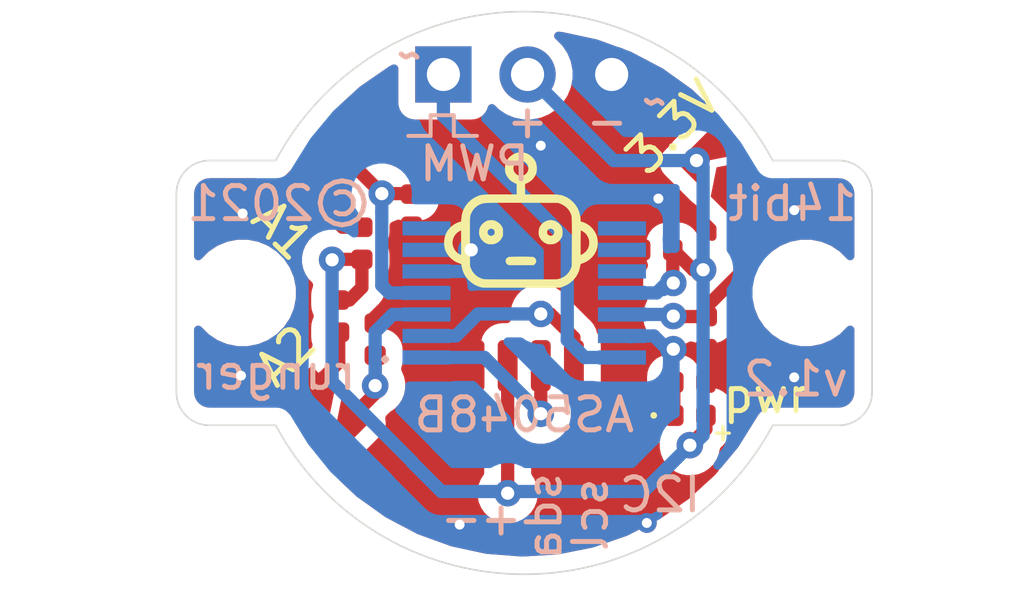
<source format=kicad_pcb>
(kicad_pcb (version 20171130) (host pcbnew "(5.1.6-0-10_14)")

  (general
    (thickness 1.6)
    (drawings 46)
    (tracks 105)
    (zones 0)
    (modules 17)
    (nets 17)
  )

  (page A4)
  (title_block
    (title "Magnetic Encoder")
    (date 2020-09-28)
    (rev 1.1)
    (company "Richard Unger IT Consultung")
    (comment 1 "Based on AS5048B")
    (comment 2 "I2C & PWM interfaces")
  )

  (layers
    (0 F.Cu signal)
    (31 B.Cu signal)
    (32 B.Adhes user hide)
    (33 F.Adhes user hide)
    (34 B.Paste user)
    (35 F.Paste user)
    (36 B.SilkS user)
    (37 F.SilkS user)
    (38 B.Mask user)
    (39 F.Mask user)
    (40 Dwgs.User user hide)
    (41 Cmts.User user hide)
    (42 Eco1.User user)
    (43 Eco2.User user hide)
    (44 Edge.Cuts user)
    (45 Margin user hide)
    (46 B.CrtYd user)
    (47 F.CrtYd user hide)
    (48 B.Fab user hide)
    (49 F.Fab user hide)
  )

  (setup
    (last_trace_width 0.25)
    (user_trace_width 0.25)
    (user_trace_width 0.3)
    (user_trace_width 0.4)
    (user_trace_width 0.5)
    (user_trace_width 1)
    (trace_clearance 0.2)
    (zone_clearance 0.508)
    (zone_45_only no)
    (trace_min 0.2)
    (via_size 0.8)
    (via_drill 0.4)
    (via_min_size 0.4)
    (via_min_drill 0.3)
    (user_via 0.6 0.3)
    (uvia_size 0.3)
    (uvia_drill 0.1)
    (uvias_allowed no)
    (uvia_min_size 0.2)
    (uvia_min_drill 0.1)
    (edge_width 0.05)
    (segment_width 0.2)
    (pcb_text_width 0.3)
    (pcb_text_size 1.5 1.5)
    (mod_edge_width 0.12)
    (mod_text_size 1 1)
    (mod_text_width 0.15)
    (pad_size 1.524 1.524)
    (pad_drill 0.762)
    (pad_to_mask_clearance 0.05)
    (aux_axis_origin 0 0)
    (grid_origin 117.188 93.312)
    (visible_elements FFFFFF7F)
    (pcbplotparams
      (layerselection 0x010fc_ffffffff)
      (usegerberextensions true)
      (usegerberattributes false)
      (usegerberadvancedattributes false)
      (creategerberjobfile false)
      (excludeedgelayer true)
      (linewidth 0.100000)
      (plotframeref false)
      (viasonmask false)
      (mode 1)
      (useauxorigin false)
      (hpglpennumber 1)
      (hpglpenspeed 20)
      (hpglpendiameter 15.000000)
      (psnegative false)
      (psa4output false)
      (plotreference true)
      (plotvalue true)
      (plotinvisibletext false)
      (padsonsilk false)
      (subtractmaskfromsilk false)
      (outputformat 1)
      (mirror false)
      (drillshape 0)
      (scaleselection 1)
      (outputdirectory "v1.2/"))
  )

  (net 0 "")
  (net 1 GND)
  (net 2 "Net-(C1-Pad1)")
  (net 3 VCC)
  (net 4 SDA)
  (net 5 SCL)
  (net 6 "Net-(J2-Pad1)")
  (net 7 "Net-(JP2-Pad1)")
  (net 8 "Net-(JP2-Pad2)")
  (net 9 "Net-(JP3-Pad1)")
  (net 10 "Net-(JP3-Pad2)")
  (net 11 "Net-(U1-Pad10)")
  (net 12 "Net-(U1-Pad9)")
  (net 13 "Net-(U1-Pad8)")
  (net 14 "Net-(U1-Pad7)")
  (net 15 "Net-(U1-Pad6)")
  (net 16 "Net-(D1-Pad1)")

  (net_class Default "This is the default net class."
    (clearance 0.2)
    (trace_width 0.25)
    (via_dia 0.8)
    (via_drill 0.4)
    (uvia_dia 0.3)
    (uvia_drill 0.1)
    (add_net GND)
    (add_net "Net-(C1-Pad1)")
    (add_net "Net-(D1-Pad1)")
    (add_net "Net-(J2-Pad1)")
    (add_net "Net-(JP2-Pad1)")
    (add_net "Net-(JP2-Pad2)")
    (add_net "Net-(JP3-Pad1)")
    (add_net "Net-(JP3-Pad2)")
    (add_net "Net-(U1-Pad10)")
    (add_net "Net-(U1-Pad6)")
    (add_net "Net-(U1-Pad7)")
    (add_net "Net-(U1-Pad8)")
    (add_net "Net-(U1-Pad9)")
    (add_net SCL)
    (add_net SDA)
    (add_net VCC)
  )

  (module Package_SO:TSSOP-14_4.4x5mm_P0.65mm locked (layer B.Cu) (tedit 607A01DC) (tstamp 5F5EFBF2)
    (at 117.188 93.312)
    (descr "14-Lead Plastic Thin Shrink Small Outline (ST)-4.4 mm Body [TSSOP] (see Microchip Packaging Specification 00000049BS.pdf)")
    (tags "SSOP 0.65")
    (path /5F5E846B)
    (attr smd)
    (fp_text reference U1 (at 0 3.55) (layer B.Fab)
      (effects (font (size 0.8 0.8) (thickness 0.125)) (justify mirror))
    )
    (fp_text value AS5048B (at 0 -3.55) (layer B.Fab)
      (effects (font (size 1 1) (thickness 0.15)) (justify mirror))
    )
    (fp_line (start -1.2 2.5) (end 2.2 2.5) (layer B.Fab) (width 0.15))
    (fp_line (start 2.2 2.5) (end 2.2 -2.5) (layer B.Fab) (width 0.15))
    (fp_line (start 2.2 -2.5) (end -2.2 -2.5) (layer B.Fab) (width 0.15))
    (fp_line (start -2.2 -2.5) (end -2.2 1.5) (layer B.Fab) (width 0.15))
    (fp_line (start -2.2 1.5) (end -1.2 2.5) (layer B.Fab) (width 0.15))
    (fp_line (start -3.95 2.8) (end -3.95 -2.8) (layer B.CrtYd) (width 0.05))
    (fp_line (start 3.95 2.8) (end 3.95 -2.8) (layer B.CrtYd) (width 0.05))
    (fp_line (start -3.95 2.8) (end 3.95 2.8) (layer B.CrtYd) (width 0.05))
    (fp_line (start -3.95 -2.8) (end 3.95 -2.8) (layer B.CrtYd) (width 0.05))
    (fp_text user %R (at 0 0) (layer B.Fab)
      (effects (font (size 0.8 0.8) (thickness 0.15)) (justify mirror))
    )
    (pad 14 smd rect (at 2.95 1.95) (size 1.45 0.43) (layers B.Cu B.Paste B.Mask)
      (net 6 "Net-(J2-Pad1)"))
    (pad 13 smd rect (at 2.95 1.3) (size 1.45 0.43) (layers B.Cu B.Paste B.Mask)
      (net 1 GND))
    (pad 12 smd rect (at 2.95 0.65) (size 1.45 0.43) (layers B.Cu B.Paste B.Mask)
      (net 2 "Net-(C1-Pad1)"))
    (pad 11 smd rect (at 2.95 0) (size 1.45 0.43) (layers B.Cu B.Paste B.Mask)
      (net 3 VCC))
    (pad 10 smd rect (at 2.95 -0.65) (size 1.45 0.43) (layers B.Cu B.Paste B.Mask)
      (net 11 "Net-(U1-Pad10)"))
    (pad 9 smd rect (at 2.95 -1.3) (size 1.45 0.43) (layers B.Cu B.Paste B.Mask)
      (net 12 "Net-(U1-Pad9)"))
    (pad 8 smd rect (at 2.95 -1.95) (size 1.45 0.43) (layers B.Cu B.Paste B.Mask)
      (net 13 "Net-(U1-Pad8)"))
    (pad 7 smd rect (at -2.95 -1.95) (size 1.45 0.43) (layers B.Cu B.Paste B.Mask)
      (net 14 "Net-(U1-Pad7)"))
    (pad 6 smd rect (at -2.95 -1.3) (size 1.45 0.43) (layers B.Cu B.Paste B.Mask)
      (net 15 "Net-(U1-Pad6)"))
    (pad 5 smd rect (at -2.95 -0.65) (size 1.45 0.43) (layers B.Cu B.Paste B.Mask)
      (net 1 GND))
    (pad 4 smd rect (at -2.95 0) (size 1.45 0.43) (layers B.Cu B.Paste B.Mask)
      (net 8 "Net-(JP2-Pad2)"))
    (pad 3 smd rect (at -2.95 0.65) (size 1.45 0.43) (layers B.Cu B.Paste B.Mask)
      (net 10 "Net-(JP3-Pad2)"))
    (pad 2 smd rect (at -2.95 1.3) (size 1.45 0.43) (layers B.Cu B.Paste B.Mask)
      (net 5 SCL))
    (pad 1 smd rect (at -2.95 1.95) (size 1.45 0.43) (layers B.Cu B.Paste B.Mask)
      (net 4 SDA))
    (model ${KISYS3DMOD}/Package_SO.3dshapes/TSSOP-14_4.4x5mm_P0.65mm.wrl
      (at (xyz 0 0 0))
      (scale (xyz 1 1 1))
      (rotate (xyz 0 0 0))
    )
  )

  (module Connector_JST:JST_SH_SM04B-SRSS-TB_1x04-1MP_P1.00mm_Horizontal (layer F.Cu) (tedit 6070BB2E) (tstamp 5F67D7A1)
    (at 117.188 97.512)
    (descr "JST SH series connector, SM04B-SRSS-TB (http://www.jst-mfg.com/product/pdf/eng/eSH.pdf), generated with kicad-footprint-generator")
    (tags "connector JST SH top entry")
    (path /5F5F0CC8)
    (attr smd)
    (fp_text reference J1 (at 0 0.508) (layer F.Fab)
      (effects (font (size 1 1) (thickness 0.15)))
    )
    (fp_text value Conn_01x04 (at 0 3.98) (layer F.Fab)
      (effects (font (size 1 1) (thickness 0.15)))
    )
    (fp_line (start -3 -1.675) (end 3 -1.675) (layer F.Fab) (width 0.1))
    (fp_line (start -3 2.575) (end 3 2.575) (layer F.Fab) (width 0.1))
    (fp_line (start -3 -1.675) (end -3 2.575) (layer F.Fab) (width 0.1))
    (fp_line (start 3 -1.675) (end 3 2.575) (layer F.Fab) (width 0.1))
    (fp_line (start -3.9 -3.28) (end -3.9 3.28) (layer F.CrtYd) (width 0.05))
    (fp_line (start -3.9 3.28) (end 3.9 3.28) (layer F.CrtYd) (width 0.05))
    (fp_line (start 3.9 3.28) (end 3.9 -3.28) (layer F.CrtYd) (width 0.05))
    (fp_line (start 3.9 -3.28) (end -3.9 -3.28) (layer F.CrtYd) (width 0.05))
    (fp_line (start -2 -1.675) (end -1.5 -0.967893) (layer F.Fab) (width 0.1))
    (fp_line (start -1.5 -0.967893) (end -1 -1.675) (layer F.Fab) (width 0.1))
    (fp_text user %R (at 0 0) (layer F.Fab)
      (effects (font (size 1 1) (thickness 0.15)))
    )
    (pad MP smd roundrect (at 2.8 1.875) (size 1.2 1.8) (layers F.Cu F.Paste F.Mask) (roundrect_rratio 0.208333)
      (net 1 GND))
    (pad MP smd roundrect (at -2.8 1.875) (size 1.2 1.8) (layers F.Cu F.Paste F.Mask) (roundrect_rratio 0.208333)
      (net 1 GND))
    (pad 4 smd roundrect (at 1.5 -2) (size 0.6 1.55) (layers F.Cu F.Paste F.Mask) (roundrect_rratio 0.25)
      (net 5 SCL))
    (pad 3 smd roundrect (at 0.5 -2) (size 0.6 1.55) (layers F.Cu F.Paste F.Mask) (roundrect_rratio 0.25)
      (net 4 SDA))
    (pad 2 smd roundrect (at -0.5 -2) (size 0.6 1.55) (layers F.Cu F.Paste F.Mask) (roundrect_rratio 0.25)
      (net 3 VCC))
    (pad 1 smd roundrect (at -1.5 -2) (size 0.6 1.55) (layers F.Cu F.Paste F.Mask) (roundrect_rratio 0.25)
      (net 1 GND))
    (model ${KISYS3DMOD}/Connector_JST.3dshapes/JST_SH_SM04B-SRSS-TB_1x04-1MP_P1.00mm_Horizontal.wrl
      (at (xyz 0 0 0))
      (scale (xyz 1 1 1))
      (rotate (xyz 90 0 0))
    )
    (model /Users/runger/Documents/3d_printing/_small/SM04B-SRSS-TB.STEP
      (offset (xyz 0 1.25 -0.3))
      (scale (xyz 1 1 1))
      (rotate (xyz -90 0 0))
    )
  )

  (module Jumper:SolderJumper-2_P1.3mm_Open_TrianglePad1.0x1.5mm (layer F.Cu) (tedit 6070BB19) (tstamp 5F70CE65)
    (at 111.100652 96.912 315)
    (descr "SMD Solder Jumper, 1x1.5mm Triangular Pads, 0.3mm gap, open")
    (tags "solder jumper open")
    (path /5F5ED237)
    (attr virtual)
    (fp_text reference JP3 (at 0.070711 1.767767 315) (layer F.SilkS) hide
      (effects (font (size 1 1) (thickness 0.15)))
    )
    (fp_text value A2 (at -1.988845 -0.415318 225) (layer F.SilkS)
      (effects (font (size 1 1) (thickness 0.15)))
    )
    (fp_line (start -1.65 -1.25) (end 1.65 -1.25) (layer F.CrtYd) (width 0.05))
    (fp_line (start -1.65 -1.25) (end -1.65 1.25) (layer F.CrtYd) (width 0.05))
    (fp_line (start 1.65 1.25) (end 1.65 -1.25) (layer F.CrtYd) (width 0.05))
    (fp_line (start 1.65 1.25) (end -1.65 1.25) (layer F.CrtYd) (width 0.05))
    (pad 1 smd custom (at -0.725 0 315) (size 0.3 0.3) (layers F.Cu F.Mask)
      (net 9 "Net-(JP3-Pad1)") (zone_connect 2)
      (options (clearance outline) (anchor rect))
      (primitives
        (gr_poly (pts
           (xy -0.5 -0.75) (xy 0.5 -0.75) (xy 1 0) (xy 0.5 0.75) (xy -0.5 0.75)
) (width 0))
      ))
    (pad 2 smd custom (at 0.725 0 315) (size 0.3 0.3) (layers F.Cu F.Mask)
      (net 10 "Net-(JP3-Pad2)") (zone_connect 2)
      (options (clearance outline) (anchor rect))
      (primitives
        (gr_poly (pts
           (xy -0.65 -0.75) (xy 0.5 -0.75) (xy 0.5 0.75) (xy -0.65 0.75) (xy -0.15 0)
) (width 0))
      ))
  )

  (module Jumper:SolderJumper-2_P1.3mm_Open_TrianglePad1.0x1.5mm (layer F.Cu) (tedit 6070BB0A) (tstamp 5F5EFD9A)
    (at 123.188 89.712 135)
    (descr "SMD Solder Jumper, 1x1.5mm Triangular Pads, 0.3mm gap, open")
    (tags "solder jumper open")
    (path /5F5EAA65)
    (attr virtual)
    (fp_text reference JP1 (at 0 2.1 135) (layer F.SilkS) hide
      (effects (font (size 1 1) (thickness 0.15)))
    )
    (fp_text value "Open 5V Closed 3.3V" (at 0 1.9 135) (layer F.Fab)
      (effects (font (size 1 1) (thickness 0.15)))
    )
    (fp_line (start -1.65 -1.25) (end 1.65 -1.25) (layer F.CrtYd) (width 0.05))
    (fp_line (start -1.65 -1.25) (end -1.65 1.25) (layer F.CrtYd) (width 0.05))
    (fp_line (start 1.65 1.25) (end 1.65 -1.25) (layer F.CrtYd) (width 0.05))
    (fp_line (start 1.65 1.25) (end -1.65 1.25) (layer F.CrtYd) (width 0.05))
    (pad 1 smd custom (at -0.725 0 135) (size 0.3 0.3) (layers F.Cu F.Mask)
      (net 2 "Net-(C1-Pad1)") (zone_connect 2)
      (options (clearance outline) (anchor rect))
      (primitives
        (gr_poly (pts
           (xy -0.5 -0.75) (xy 0.5 -0.75) (xy 1 0) (xy 0.5 0.75) (xy -0.5 0.75)
) (width 0))
      ))
    (pad 2 smd custom (at 0.725 0 135) (size 0.3 0.3) (layers F.Cu F.Mask)
      (net 3 VCC) (zone_connect 2)
      (options (clearance outline) (anchor rect))
      (primitives
        (gr_poly (pts
           (xy -0.65 -0.75) (xy 0.5 -0.75) (xy 0.5 0.75) (xy -0.65 0.75) (xy -0.15 0)
) (width 0))
      ))
  )

  (module Jumper:SolderJumper-2_P1.3mm_Open_TrianglePad1.0x1.5mm (layer F.Cu) (tedit 6070BAF6) (tstamp 5F70CEC1)
    (at 111.100652 89.699348 45)
    (descr "SMD Solder Jumper, 1x1.5mm Triangular Pads, 0.3mm gap, open")
    (tags "solder jumper open")
    (path /5F5EC1D8)
    (attr virtual)
    (fp_text reference JP2 (at 0 1.697056 45) (layer F.SilkS) hide
      (effects (font (size 1 1) (thickness 0.15)))
    )
    (fp_text value A1 (at -2.068502 0.353553 135) (layer F.SilkS)
      (effects (font (size 1 1) (thickness 0.15)))
    )
    (fp_line (start -1.65 -1.25) (end 1.65 -1.25) (layer F.CrtYd) (width 0.05))
    (fp_line (start -1.65 -1.25) (end -1.65 1.25) (layer F.CrtYd) (width 0.05))
    (fp_line (start 1.65 1.25) (end 1.65 -1.25) (layer F.CrtYd) (width 0.05))
    (fp_line (start 1.65 1.25) (end -1.65 1.25) (layer F.CrtYd) (width 0.05))
    (pad 1 smd custom (at -0.725 0 45) (size 0.3 0.3) (layers F.Cu F.Mask)
      (net 7 "Net-(JP2-Pad1)") (zone_connect 2)
      (options (clearance outline) (anchor rect))
      (primitives
        (gr_poly (pts
           (xy -0.5 -0.75) (xy 0.5 -0.75) (xy 1 0) (xy 0.5 0.75) (xy -0.5 0.75)
) (width 0))
      ))
    (pad 2 smd custom (at 0.725 0 45) (size 0.3 0.3) (layers F.Cu F.Mask)
      (net 8 "Net-(JP2-Pad2)") (zone_connect 2)
      (options (clearance outline) (anchor rect))
      (primitives
        (gr_poly (pts
           (xy -0.65 -0.75) (xy 0.5 -0.75) (xy 0.5 0.75) (xy -0.65 0.75) (xy -0.15 0)
) (width 0))
      ))
  )

  (module Connector_PinHeader_2.54mm:PinHeader_1x03_P2.54mm_Vertical locked (layer F.Cu) (tedit 60136C40) (tstamp 5F5EF444)
    (at 114.748 86.712 90)
    (descr "Through hole straight pin header, 1x03, 2.54mm pitch, single row")
    (tags "Through hole pin header THT 1x03 2.54mm single row")
    (path /5F5EA2C6)
    (fp_text reference J2 (at 0 -2.33 90) (layer F.Fab)
      (effects (font (size 1 1) (thickness 0.15)))
    )
    (fp_text value PWM (at 0 7.41 90) (layer F.Fab)
      (effects (font (size 1 1) (thickness 0.15)))
    )
    (fp_line (start 1.8 -1.8) (end -1.8 -1.8) (layer F.CrtYd) (width 0.05))
    (fp_line (start 1.8 6.85) (end 1.8 -1.8) (layer F.CrtYd) (width 0.05))
    (fp_line (start -1.8 6.85) (end 1.8 6.85) (layer F.CrtYd) (width 0.05))
    (fp_line (start -1.8 -1.8) (end -1.8 6.85) (layer F.CrtYd) (width 0.05))
    (fp_line (start -1.27 -0.635) (end -0.635 -1.27) (layer F.Fab) (width 0.1))
    (fp_line (start -1.27 6.35) (end -1.27 -0.635) (layer F.Fab) (width 0.1))
    (fp_line (start 1.27 6.35) (end -1.27 6.35) (layer F.Fab) (width 0.1))
    (fp_line (start 1.27 -1.27) (end 1.27 6.35) (layer F.Fab) (width 0.1))
    (fp_line (start -0.635 -1.27) (end 1.27 -1.27) (layer F.Fab) (width 0.1))
    (fp_text user %R (at 0 2.54 180) (layer F.Fab)
      (effects (font (size 1 1) (thickness 0.15)))
    )
    (pad 3 thru_hole oval (at 0 5.08 90) (size 1.7 1.7) (drill 1) (layers *.Cu *.Mask)
      (net 1 GND))
    (pad 2 thru_hole oval (at 0 2.54 90) (size 1.7 1.7) (drill 1) (layers *.Cu *.Mask)
      (net 3 VCC))
    (pad 1 thru_hole rect (at 0 0 90) (size 1.7 1.7) (drill 1) (layers *.Cu *.Mask)
      (net 6 "Net-(J2-Pad1)"))
  )

  (module Symbol:Robo_logo locked (layer F.Cu) (tedit 5F710FE5) (tstamp 5F71596E)
    (at 117.088 91.112)
    (attr virtual)
    (fp_text reference G*** (at 0 -2.54) (layer F.Fab) hide
      (effects (font (size 1.524 1.524) (thickness 0.3)))
    )
    (fp_text value LOGO (at 0 3.81) (layer F.Fab) hide
      (effects (font (size 1.524 1.524) (thickness 0.3)))
    )
    (fp_poly (pts (xy 0.986438 0.014923) (xy 1.060362 0.044017) (xy 1.127592 0.088719) (xy 1.161498 0.120766)
      (xy 1.203048 0.170304) (xy 1.230682 0.217184) (xy 1.246804 0.267721) (xy 1.253812 0.328229)
      (xy 1.254653 0.36576) (xy 1.253911 0.414946) (xy 1.250751 0.450757) (xy 1.243964 0.480101)
      (xy 1.232341 0.509888) (xy 1.22763 0.520156) (xy 1.185181 0.58825) (xy 1.127574 0.647261)
      (xy 1.059504 0.692457) (xy 1.054096 0.695163) (xy 0.994477 0.716172) (xy 0.926104 0.727373)
      (xy 0.857164 0.728111) (xy 0.795845 0.717726) (xy 0.79116 0.716282) (xy 0.717714 0.682449)
      (xy 0.651949 0.632363) (xy 0.597684 0.569722) (xy 0.558734 0.498223) (xy 0.55447 0.487022)
      (xy 0.541188 0.427663) (xy 0.538719 0.364108) (xy 0.7874 0.364108) (xy 0.790132 0.400703)
      (xy 0.800213 0.426279) (xy 0.81224 0.441364) (xy 0.849739 0.468228) (xy 0.893251 0.479195)
      (xy 0.93707 0.473905) (xy 0.975492 0.451998) (xy 0.975831 0.451693) (xy 1.001822 0.416117)
      (xy 1.012073 0.374572) (xy 1.007006 0.33252) (xy 0.987043 0.295425) (xy 0.962106 0.273872)
      (xy 0.915745 0.255793) (xy 0.870018 0.257052) (xy 0.828082 0.277431) (xy 0.82058 0.283646)
      (xy 0.800035 0.304795) (xy 0.79026 0.325783) (xy 0.787457 0.355817) (xy 0.7874 0.364108)
      (xy 0.538719 0.364108) (xy 0.53853 0.359264) (xy 0.545973 0.289777) (xy 0.562998 0.227152)
      (xy 0.572955 0.204665) (xy 0.620513 0.133516) (xy 0.682451 0.076017) (xy 0.756986 0.033504)
      (xy 0.834304 0.008956) (xy 0.90977 0.002786) (xy 0.986438 0.014923)) (layer F.SilkS) (width 0.01))
    (fp_poly (pts (xy -0.852964 0.006741) (xy -0.817725 0.011646) (xy -0.784163 0.022321) (xy -0.750304 0.037274)
      (xy -0.673759 0.083754) (xy -0.612127 0.14399) (xy -0.571847 0.205393) (xy -0.558897 0.231799)
      (xy -0.55062 0.255572) (xy -0.54599 0.282534) (xy -0.54398 0.318509) (xy -0.54356 0.36576)
      (xy -0.54392 0.414476) (xy -0.545819 0.448904) (xy -0.550486 0.475073) (xy -0.559149 0.499011)
      (xy -0.573038 0.526749) (xy -0.578408 0.536712) (xy -0.627833 0.608228) (xy -0.689348 0.664085)
      (xy -0.761289 0.703224) (xy -0.841998 0.724585) (xy -0.878285 0.728009) (xy -0.922977 0.727777)
      (xy -0.96726 0.723815) (xy -0.996902 0.718102) (xy -1.071873 0.6867) (xy -1.138466 0.638469)
      (xy -1.193765 0.576147) (xy -1.234861 0.502475) (xy -1.240146 0.489229) (xy -1.254921 0.428174)
      (xy -1.257529 0.379922) (xy -1.011775 0.379922) (xy -1.000461 0.419396) (xy -0.976344 0.450614)
      (xy -0.942976 0.471496) (xy -0.903905 0.479966) (xy -0.862681 0.473947) (xy -0.822855 0.45136)
      (xy -0.816409 0.445657) (xy -0.792327 0.410916) (xy -0.784475 0.37133) (xy -0.79105 0.331419)
      (xy -0.810248 0.295701) (xy -0.840265 0.268694) (xy -0.879298 0.254916) (xy -0.892911 0.254037)
      (xy -0.940383 0.262888) (xy -0.978565 0.287515) (xy -1.003588 0.325192) (xy -1.006738 0.334267)
      (xy -1.011775 0.379922) (xy -1.257529 0.379922) (xy -1.258686 0.358539) (xy -1.251704 0.288652)
      (xy -1.234236 0.226841) (xy -1.231721 0.220972) (xy -1.197754 0.164248) (xy -1.14968 0.109757)
      (xy -1.093386 0.063333) (xy -1.04366 0.034658) (xy -1.004496 0.018692) (xy -0.969085 0.009806)
      (xy -0.928075 0.006124) (xy -0.89916 0.005634) (xy -0.852964 0.006741)) (layer F.SilkS) (width 0.01))
    (fp_poly (pts (xy 0.109648 1.108074) (xy 0.181977 1.108995) (xy 0.246828 1.110394) (xy 0.301111 1.112273)
      (xy 0.34174 1.11463) (xy 0.365625 1.117466) (xy 0.367646 1.117953) (xy 0.411414 1.139753)
      (xy 0.441917 1.175255) (xy 0.456393 1.220837) (xy 0.4572 1.235368) (xy 0.454299 1.267576)
      (xy 0.442839 1.293313) (xy 0.42243 1.318409) (xy 0.38766 1.35636) (xy 0.01349 1.358862)
      (xy -0.086109 1.359423) (xy -0.167411 1.359599) (xy -0.232438 1.359326) (xy -0.283212 1.35854)
      (xy -0.321753 1.357174) (xy -0.350083 1.355164) (xy -0.370224 1.352446) (xy -0.384195 1.348955)
      (xy -0.391682 1.34587) (xy -0.427256 1.31781) (xy -0.449564 1.279059) (xy -0.457458 1.23505)
      (xy -0.449786 1.191222) (xy -0.431147 1.159316) (xy -0.403631 1.135638) (xy -0.3711 1.119007)
      (xy -0.367647 1.117953) (xy -0.34666 1.115042) (xy -0.308447 1.11261) (xy -0.256096 1.110656)
      (xy -0.192694 1.109182) (xy -0.121331 1.108186) (xy -0.045094 1.10767) (xy 0.032928 1.107633)
      (xy 0.109648 1.108074)) (layer F.SilkS) (width 0.01))
    (fp_poly (pts (xy 0.097813 -2.033273) (xy 0.186492 -2.006246) (xy 0.268214 -1.96053) (xy 0.34422 -1.895576)
      (xy 0.353277 -1.886187) (xy 0.40812 -1.817965) (xy 0.44613 -1.745631) (xy 0.4685 -1.665749)
      (xy 0.476428 -1.574883) (xy 0.475802 -1.534168) (xy 0.473144 -1.485324) (xy 0.468585 -1.449197)
      (xy 0.460295 -1.418185) (xy 0.446443 -1.384687) (xy 0.433155 -1.3571) (xy 0.38195 -1.273063)
      (xy 0.318455 -1.204615) (xy 0.240771 -1.149882) (xy 0.203514 -1.13056) (xy 0.122471 -1.0922)
      (xy 0.122195 -0.93218) (xy 0.12192 -0.77216) (xy 0.61722 -0.771984) (xy 0.739095 -0.77186)
      (xy 0.842638 -0.771477) (xy 0.929835 -0.770681) (xy 1.002672 -0.769317) (xy 1.063137 -0.767231)
      (xy 1.113215 -0.764267) (xy 1.154894 -0.760272) (xy 1.19016 -0.755089) (xy 1.221001 -0.748566)
      (xy 1.249402 -0.740546) (xy 1.277351 -0.730876) (xy 1.306834 -0.719399) (xy 1.310281 -0.71801)
      (xy 1.397129 -0.677159) (xy 1.47441 -0.627391) (xy 1.549244 -0.563975) (xy 1.565153 -0.54864)
      (xy 1.64756 -0.454337) (xy 1.711593 -0.351364) (xy 1.751969 -0.255855) (xy 1.769983 -0.192551)
      (xy 1.784764 -0.121009) (xy 1.794734 -0.05026) (xy 1.79832 0.009764) (xy 1.799879 0.035382)
      (xy 1.808524 0.047841) (xy 1.830203 0.05427) (xy 1.83642 0.055422) (xy 1.883138 0.069054)
      (xy 1.938766 0.093237) (xy 1.997289 0.12473) (xy 2.052698 0.160289) (xy 2.098981 0.196672)
      (xy 2.100044 0.197632) (xy 2.166196 0.267786) (xy 2.224251 0.349103) (xy 2.269513 0.43461)
      (xy 2.283777 0.47065) (xy 2.302854 0.544344) (xy 2.313502 0.62867) (xy 2.315313 0.715594)
      (xy 2.307882 0.797078) (xy 2.301839 0.82804) (xy 2.267383 0.931737) (xy 2.21538 1.028275)
      (xy 2.148023 1.115306) (xy 2.067506 1.190481) (xy 1.976023 1.251453) (xy 1.875768 1.295873)
      (xy 1.859849 1.301043) (xy 1.828188 1.312774) (xy 1.805002 1.324939) (xy 1.797128 1.332267)
      (xy 1.792292 1.348767) (xy 1.786004 1.37906) (xy 1.779571 1.416808) (xy 1.779154 1.419531)
      (xy 1.752587 1.528373) (xy 1.707662 1.632248) (xy 1.646122 1.729159) (xy 1.569712 1.817109)
      (xy 1.480174 1.8941) (xy 1.379254 1.958136) (xy 1.268694 2.007217) (xy 1.26492 2.008553)
      (xy 1.18364 2.03708) (xy 0.0254 2.038938) (xy -0.160295 2.039194) (xy -0.326694 2.039328)
      (xy -0.474822 2.03933) (xy -0.605704 2.039191) (xy -0.720364 2.0389) (xy -0.819827 2.038449)
      (xy -0.905117 2.037826) (xy -0.977259 2.037023) (xy -1.037276 2.036031) (xy -1.086194 2.034838)
      (xy -1.125037 2.033435) (xy -1.15483 2.031814) (xy -1.176596 2.029963) (xy -1.191361 2.027873)
      (xy -1.1938 2.027374) (xy -1.304486 1.993291) (xy -1.408518 1.942326) (xy -1.503918 1.876537)
      (xy -1.588705 1.797979) (xy -1.660899 1.708708) (xy -1.718521 1.610779) (xy -1.75959 1.50625)
      (xy -1.779155 1.419531) (xy -1.78555 1.381502) (xy -1.79189 1.35049) (xy -1.796869 1.332833)
      (xy -1.797129 1.332267) (xy -1.810012 1.321823) (xy -1.836099 1.309459) (xy -1.85985 1.301043)
      (xy -1.949042 1.26608) (xy -2.030205 1.217852) (xy -2.108185 1.153335) (xy -2.128746 1.13331)
      (xy -2.202097 1.048655) (xy -2.25641 0.959996) (xy -2.292558 0.865054) (xy -2.311415 0.76155)
      (xy -2.313737 0.661106) (xy -2.069701 0.661106) (xy -2.064993 0.741119) (xy -2.064803 0.742151)
      (xy -2.039303 0.831107) (xy -1.998459 0.908416) (xy -1.952029 0.963925) (xy -1.920202 0.991581)
      (xy -1.88405 1.017948) (xy -1.848823 1.039695) (xy -1.819771 1.05349) (xy -1.80594 1.056631)
      (xy -1.804215 1.046846) (xy -1.802626 1.018977) (xy -1.801219 0.975261) (xy -1.80004 0.917932)
      (xy -1.799134 0.849229) (xy -1.798546 0.771386) (xy -1.798321 0.68664) (xy -1.79832 0.68072)
      (xy -1.798462 0.595587) (xy -1.798863 0.517207) (xy -1.799493 0.447814) (xy -1.80032 0.389645)
      (xy -1.800338 0.388824) (xy -1.54274 0.388824) (xy -1.542529 0.535018) (xy -1.542104 0.666108)
      (xy -1.53924 1.397) (xy -1.515308 1.456336) (xy -1.467107 1.550437) (xy -1.404381 1.631517)
      (xy -1.328757 1.698202) (xy -1.241861 1.749117) (xy -1.14532 1.782889) (xy -1.12268 1.787936)
      (xy -1.10573 1.789301) (xy -1.070106 1.790558) (xy -1.017456 1.791708) (xy -0.949427 1.792749)
      (xy -0.867665 1.793681) (xy -0.773818 1.794502) (xy -0.669531 1.795214) (xy -0.556453 1.795814)
      (xy -0.436228 1.796302) (xy -0.310505 1.796677) (xy -0.180931 1.79694) (xy -0.049151 1.797088)
      (xy 0.083187 1.797122) (xy 0.214437 1.797041) (xy 0.342951 1.796844) (xy 0.467084 1.79653)
      (xy 0.585187 1.796099) (xy 0.695615 1.79555) (xy 0.796721 1.794883) (xy 0.886857 1.794096)
      (xy 0.964377 1.793189) (xy 1.027635 1.792162) (xy 1.074983 1.791014) (xy 1.104775 1.789744)
      (xy 1.114014 1.788839) (xy 1.21477 1.759864) (xy 1.305507 1.713636) (xy 1.384854 1.651291)
      (xy 1.451441 1.573965) (xy 1.503899 1.482793) (xy 1.515307 1.456336) (xy 1.53924 1.397)
      (xy 1.542068 0.674918) (xy 1.79832 0.674918) (xy 1.79832 1.058009) (xy 1.82118 1.051365)
      (xy 1.841503 1.042282) (xy 1.871333 1.025356) (xy 1.898977 1.007702) (xy 1.964323 0.952274)
      (xy 2.014104 0.88628) (xy 2.048092 0.812482) (xy 2.06606 0.733646) (xy 2.06778 0.652533)
      (xy 2.053025 0.571909) (xy 2.021565 0.494536) (xy 1.973174 0.423177) (xy 1.949301 0.397211)
      (xy 1.923071 0.374374) (xy 1.890114 0.35027) (xy 1.855868 0.328353) (xy 1.82577 0.312075)
      (xy 1.80526 0.304887) (xy 1.803737 0.3048) (xy 1.802511 0.314587) (xy 1.801383 0.34246)
      (xy 1.800383 0.386185) (xy 1.799545 0.443528) (xy 1.7989 0.512253) (xy 1.798481 0.590128)
      (xy 1.79832 0.674918) (xy 1.542068 0.674918) (xy 1.542103 0.666108) (xy 1.542599 0.497897)
      (xy 1.54269 0.349966) (xy 1.542376 0.22228) (xy 1.541655 0.114804) (xy 1.540528 0.027501)
      (xy 1.538994 -0.039662) (xy 1.537053 -0.086723) (xy 1.534705 -0.113716) (xy 1.534153 -0.116872)
      (xy 1.505381 -0.206853) (xy 1.458852 -0.290619) (xy 1.396771 -0.365731) (xy 1.321347 -0.429749)
      (xy 1.234787 -0.480235) (xy 1.187567 -0.499805) (xy 1.12268 -0.52324) (xy 0.06096 -0.52619)
      (xy -0.121935 -0.526594) (xy -0.291295 -0.526757) (xy -0.446409 -0.526683) (xy -0.586564 -0.526377)
      (xy -0.71105 -0.525842) (xy -0.819155 -0.525084) (xy -0.910166 -0.524108) (xy -0.983372 -0.522917)
      (xy -1.038061 -0.521516) (xy -1.073521 -0.519909) (xy -1.084301 -0.518973) (xy -1.179842 -0.499897)
      (xy -1.264409 -0.466246) (xy -1.342058 -0.415999) (xy -1.405094 -0.359298) (xy -1.448956 -0.305335)
      (xy -1.488414 -0.239423) (xy -1.518989 -0.169931) (xy -1.533737 -0.11888) (xy -1.536183 -0.098098)
      (xy -1.538233 -0.060901) (xy -1.539893 -0.006788) (xy -1.541168 0.06474) (xy -1.542064 0.154185)
      (xy -1.542586 0.262046) (xy -1.54274 0.388824) (xy -1.800338 0.388824) (xy -1.80131 0.344937)
      (xy -1.802432 0.315925) (xy -1.803653 0.304846) (xy -1.803738 0.3048) (xy -1.815097 0.30903)
      (xy -1.838533 0.319909) (xy -1.858339 0.329722) (xy -1.925864 0.37472) (xy -1.982583 0.433994)
      (xy -2.026675 0.503907) (xy -2.056322 0.580823) (xy -2.069701 0.661106) (xy -2.313737 0.661106)
      (xy -2.313989 0.65024) (xy -2.300325 0.536454) (xy -2.269047 0.432407) (xy -2.219626 0.336961)
      (xy -2.151529 0.248981) (xy -2.104251 0.201827) (xy -2.055759 0.162847) (xy -1.998681 0.125465)
      (xy -1.938894 0.092906) (xy -1.882278 0.068396) (xy -1.837853 0.055691) (xy -1.801186 0.049076)
      (xy -1.794474 -0.038236) (xy -1.781416 -0.144723) (xy -1.758995 -0.238269) (xy -1.727587 -0.320816)
      (xy -1.668331 -0.427322) (xy -1.592792 -0.523024) (xy -1.502942 -0.606046) (xy -1.400753 -0.674511)
      (xy -1.310282 -0.71801) (xy -1.280506 -0.729696) (xy -1.252485 -0.739559) (xy -1.224232 -0.747754)
      (xy -1.19376 -0.754436) (xy -1.159082 -0.759759) (xy -1.118211 -0.763878) (xy -1.069161 -0.766948)
      (xy -1.009945 -0.769124) (xy -0.938576 -0.77056) (xy -0.853068 -0.771412) (xy -0.751434 -0.771833)
      (xy -0.631687 -0.771978) (xy -0.61722 -0.771984) (xy -0.12192 -0.77216) (xy -0.122472 -1.0922)
      (xy -0.203515 -1.13056) (xy -0.287715 -1.1801) (xy -0.356929 -1.242569) (xy -0.413057 -1.31984)
      (xy -0.433156 -1.3571) (xy -0.451754 -1.39651) (xy -0.463563 -1.428344) (xy -0.470417 -1.460207)
      (xy -0.474144 -1.499698) (xy -0.475803 -1.534168) (xy -0.47547 -1.54385) (xy -0.232207 -1.54385)
      (xy -0.226704 -1.511201) (xy -0.212015 -1.473437) (xy -0.210775 -1.470716) (xy -0.173627 -1.411857)
      (xy -0.1245 -1.368254) (xy -0.06612 -1.341137) (xy -0.001214 -1.331737) (xy 0.067493 -1.341287)
      (xy 0.072558 -1.342752) (xy 0.124102 -1.367849) (xy 0.170263 -1.408459) (xy 0.20593 -1.459777)
      (xy 0.213119 -1.474894) (xy 0.230063 -1.538334) (xy 0.228163 -1.602024) (xy 0.20856 -1.662537)
      (xy 0.172395 -1.716447) (xy 0.120809 -1.760327) (xy 0.117368 -1.762492) (xy 0.085246 -1.780217)
      (xy 0.056158 -1.789549) (xy 0.020627 -1.792969) (xy 0 -1.79324) (xy -0.041527 -1.791671)
      (xy -0.072343 -1.785309) (xy -0.101926 -1.77167) (xy -0.117369 -1.762492) (xy -0.170455 -1.718251)
      (xy -0.208183 -1.661915) (xy -0.228624 -1.596556) (xy -0.230486 -1.5825) (xy -0.232207 -1.54385)
      (xy -0.47547 -1.54385) (xy -0.472336 -1.634808) (xy -0.452825 -1.724048) (xy -0.416505 -1.803885)
      (xy -0.362609 -1.876319) (xy -0.332953 -1.906526) (xy -0.257649 -1.967521) (xy -0.179661 -2.009557)
      (xy -0.095663 -2.033983) (xy -0.002332 -2.042152) (xy 0.000938 -2.042161) (xy 0.097813 -2.033273)) (layer F.SilkS) (width 0.01))
  )

  (module Resistor_SMD:R_0402_1005Metric (layer F.Cu) (tedit 5B301BBD) (tstamp 5F70CDA5)
    (at 122.188 96.012 180)
    (descr "Resistor SMD 0402 (1005 Metric), square (rectangular) end terminal, IPC_7351 nominal, (Body size source: http://www.tortai-tech.com/upload/download/2011102023233369053.pdf), generated with kicad-footprint-generator")
    (tags resistor)
    (path /5F70E0DB)
    (attr smd)
    (fp_text reference R5 (at 0 -1.17) (layer F.SilkS) hide
      (effects (font (size 1 1) (thickness 0.15)))
    )
    (fp_text value 2k2 (at 0 1.17) (layer F.Fab)
      (effects (font (size 1 1) (thickness 0.15)))
    )
    (fp_line (start -0.5 0.25) (end -0.5 -0.25) (layer F.Fab) (width 0.1))
    (fp_line (start -0.5 -0.25) (end 0.5 -0.25) (layer F.Fab) (width 0.1))
    (fp_line (start 0.5 -0.25) (end 0.5 0.25) (layer F.Fab) (width 0.1))
    (fp_line (start 0.5 0.25) (end -0.5 0.25) (layer F.Fab) (width 0.1))
    (fp_line (start -0.93 0.47) (end -0.93 -0.47) (layer F.CrtYd) (width 0.05))
    (fp_line (start -0.93 -0.47) (end 0.93 -0.47) (layer F.CrtYd) (width 0.05))
    (fp_line (start 0.93 -0.47) (end 0.93 0.47) (layer F.CrtYd) (width 0.05))
    (fp_line (start 0.93 0.47) (end -0.93 0.47) (layer F.CrtYd) (width 0.05))
    (fp_text user %R (at 0 0) (layer F.Fab)
      (effects (font (size 0.25 0.25) (thickness 0.04)))
    )
    (pad 2 smd roundrect (at 0.485 0 180) (size 0.59 0.64) (layers F.Cu F.Paste F.Mask) (roundrect_rratio 0.25)
      (net 16 "Net-(D1-Pad1)"))
    (pad 1 smd roundrect (at -0.485 0 180) (size 0.59 0.64) (layers F.Cu F.Paste F.Mask) (roundrect_rratio 0.25)
      (net 1 GND))
    (model ${KISYS3DMOD}/Resistor_SMD.3dshapes/R_0402_1005Metric.wrl
      (at (xyz 0 0 0))
      (scale (xyz 1 1 1))
      (rotate (xyz 0 0 0))
    )
  )

  (module LED_SMD:LED_0402_1005Metric (layer F.Cu) (tedit 5B301BBE) (tstamp 5F70CCA8)
    (at 122.188 97.012)
    (descr "LED SMD 0402 (1005 Metric), square (rectangular) end terminal, IPC_7351 nominal, (Body size source: http://www.tortai-tech.com/upload/download/2011102023233369053.pdf), generated with kicad-footprint-generator")
    (tags LED)
    (path /5F70C0F4)
    (attr smd)
    (fp_text reference D1 (at 0 -1.17) (layer F.SilkS) hide
      (effects (font (size 1 1) (thickness 0.15)))
    )
    (fp_text value "LED (green)" (at 0 1.17) (layer F.Fab)
      (effects (font (size 1 1) (thickness 0.15)))
    )
    (fp_circle (center -1.09 0) (end -1.04 0) (layer F.SilkS) (width 0.1))
    (fp_line (start -0.5 0.25) (end -0.5 -0.25) (layer F.Fab) (width 0.1))
    (fp_line (start -0.5 -0.25) (end 0.5 -0.25) (layer F.Fab) (width 0.1))
    (fp_line (start 0.5 -0.25) (end 0.5 0.25) (layer F.Fab) (width 0.1))
    (fp_line (start 0.5 0.25) (end -0.5 0.25) (layer F.Fab) (width 0.1))
    (fp_line (start -0.4 0.25) (end -0.4 -0.25) (layer F.Fab) (width 0.1))
    (fp_line (start -0.3 0.25) (end -0.3 -0.25) (layer F.Fab) (width 0.1))
    (fp_line (start -0.93 0.47) (end -0.93 -0.47) (layer F.CrtYd) (width 0.05))
    (fp_line (start -0.93 -0.47) (end 0.93 -0.47) (layer F.CrtYd) (width 0.05))
    (fp_line (start 0.93 -0.47) (end 0.93 0.47) (layer F.CrtYd) (width 0.05))
    (fp_line (start 0.93 0.47) (end -0.93 0.47) (layer F.CrtYd) (width 0.05))
    (fp_text user %R (at 0 0) (layer F.Fab)
      (effects (font (size 0.25 0.25) (thickness 0.04)))
    )
    (pad 2 smd roundrect (at 0.485 0) (size 0.59 0.64) (layers F.Cu F.Paste F.Mask) (roundrect_rratio 0.25)
      (net 3 VCC))
    (pad 1 smd roundrect (at -0.485 0) (size 0.59 0.64) (layers F.Cu F.Paste F.Mask) (roundrect_rratio 0.25)
      (net 16 "Net-(D1-Pad1)"))
    (model ${KISYS3DMOD}/LED_SMD.3dshapes/LED_0402_1005Metric.wrl
      (at (xyz 0 0 0))
      (scale (xyz 1 1 1))
      (rotate (xyz 0 0 0))
    )
  )

  (module MountingHole:MountingHole_2.2mm_M2 (layer F.Cu) (tedit 56D1B4CB) (tstamp 5F67D388)
    (at 108.688 93.312)
    (descr "Mounting Hole 2.2mm, no annular, M2")
    (tags "mounting hole 2.2mm no annular m2")
    (path /5F62012C)
    (attr virtual)
    (fp_text reference H2 (at 0 -3.2) (layer F.SilkS) hide
      (effects (font (size 1 1) (thickness 0.15)))
    )
    (fp_text value MountingHole (at 0 3.2) (layer F.Fab)
      (effects (font (size 1 1) (thickness 0.15)))
    )
    (fp_circle (center 0 0) (end 2.2 0) (layer Cmts.User) (width 0.15))
    (fp_circle (center 0 0) (end 2.45 0) (layer F.CrtYd) (width 0.05))
    (fp_text user %R (at 0.3 0) (layer F.Fab)
      (effects (font (size 1 1) (thickness 0.15)))
    )
    (pad 1 np_thru_hole circle (at 0 0) (size 2.2 2.2) (drill 2.2) (layers *.Cu *.Mask))
  )

  (module MountingHole:MountingHole_2.2mm_M2 (layer F.Cu) (tedit 56D1B4CB) (tstamp 5F5F2846)
    (at 125.688 93.312)
    (descr "Mounting Hole 2.2mm, no annular, M2")
    (tags "mounting hole 2.2mm no annular m2")
    (path /5F61FBB4)
    (attr virtual)
    (fp_text reference H1 (at 0 -3.2) (layer F.SilkS) hide
      (effects (font (size 1 1) (thickness 0.15)))
    )
    (fp_text value MountingHole (at 0 3.2) (layer F.Fab)
      (effects (font (size 1 1) (thickness 0.15)))
    )
    (fp_circle (center 0 0) (end 2.2 0) (layer Cmts.User) (width 0.15))
    (fp_circle (center 0 0) (end 2.45 0) (layer F.CrtYd) (width 0.05))
    (fp_text user %R (at 0.3 0) (layer F.Fab)
      (effects (font (size 1 1) (thickness 0.15)))
    )
    (pad 1 np_thru_hole circle (at 0 0) (size 2.2 2.2) (drill 2.2) (layers *.Cu *.Mask))
  )

  (module Resistor_SMD:R_0402_1005Metric (layer F.Cu) (tedit 5B301BBD) (tstamp 5F5EF4AA)
    (at 111.588 94.012 270)
    (descr "Resistor SMD 0402 (1005 Metric), square (rectangular) end terminal, IPC_7351 nominal, (Body size source: http://www.tortai-tech.com/upload/download/2011102023233369053.pdf), generated with kicad-footprint-generator")
    (tags resistor)
    (path /5F6036D7)
    (attr smd)
    (fp_text reference R4 (at -0.015 -1.1 90) (layer F.SilkS) hide
      (effects (font (size 1 1) (thickness 0.15)))
    )
    (fp_text value 2k2 (at 0 1.17 90) (layer F.Fab)
      (effects (font (size 1 1) (thickness 0.15)))
    )
    (fp_line (start -0.5 0.25) (end -0.5 -0.25) (layer F.Fab) (width 0.1))
    (fp_line (start -0.5 -0.25) (end 0.5 -0.25) (layer F.Fab) (width 0.1))
    (fp_line (start 0.5 -0.25) (end 0.5 0.25) (layer F.Fab) (width 0.1))
    (fp_line (start 0.5 0.25) (end -0.5 0.25) (layer F.Fab) (width 0.1))
    (fp_line (start -0.93 0.47) (end -0.93 -0.47) (layer F.CrtYd) (width 0.05))
    (fp_line (start -0.93 -0.47) (end 0.93 -0.47) (layer F.CrtYd) (width 0.05))
    (fp_line (start 0.93 -0.47) (end 0.93 0.47) (layer F.CrtYd) (width 0.05))
    (fp_line (start 0.93 0.47) (end -0.93 0.47) (layer F.CrtYd) (width 0.05))
    (fp_text user %R (at 0 0 90) (layer F.Fab)
      (effects (font (size 0.25 0.25) (thickness 0.04)))
    )
    (pad 2 smd roundrect (at 0.485 0 270) (size 0.59 0.64) (layers F.Cu F.Paste F.Mask) (roundrect_rratio 0.25)
      (net 9 "Net-(JP3-Pad1)"))
    (pad 1 smd roundrect (at -0.485 0 270) (size 0.59 0.64) (layers F.Cu F.Paste F.Mask) (roundrect_rratio 0.25)
      (net 3 VCC))
    (model ${KISYS3DMOD}/Resistor_SMD.3dshapes/R_0402_1005Metric.wrl
      (at (xyz 0 0 0))
      (scale (xyz 1 1 1))
      (rotate (xyz 0 0 0))
    )
  )

  (module Resistor_SMD:R_0402_1005Metric (layer F.Cu) (tedit 5B301BBD) (tstamp 5F5EF49B)
    (at 112.288 91.812 90)
    (descr "Resistor SMD 0402 (1005 Metric), square (rectangular) end terminal, IPC_7351 nominal, (Body size source: http://www.tortai-tech.com/upload/download/2011102023233369053.pdf), generated with kicad-footprint-generator")
    (tags resistor)
    (path /5F602C17)
    (attr smd)
    (fp_text reference R3 (at 0 -1.17 90) (layer F.SilkS) hide
      (effects (font (size 1 1) (thickness 0.15)))
    )
    (fp_text value 2k2 (at 0 1.17 90) (layer F.Fab)
      (effects (font (size 1 1) (thickness 0.15)))
    )
    (fp_line (start -0.5 0.25) (end -0.5 -0.25) (layer F.Fab) (width 0.1))
    (fp_line (start -0.5 -0.25) (end 0.5 -0.25) (layer F.Fab) (width 0.1))
    (fp_line (start 0.5 -0.25) (end 0.5 0.25) (layer F.Fab) (width 0.1))
    (fp_line (start 0.5 0.25) (end -0.5 0.25) (layer F.Fab) (width 0.1))
    (fp_line (start -0.93 0.47) (end -0.93 -0.47) (layer F.CrtYd) (width 0.05))
    (fp_line (start -0.93 -0.47) (end 0.93 -0.47) (layer F.CrtYd) (width 0.05))
    (fp_line (start 0.93 -0.47) (end 0.93 0.47) (layer F.CrtYd) (width 0.05))
    (fp_line (start 0.93 0.47) (end -0.93 0.47) (layer F.CrtYd) (width 0.05))
    (fp_text user %R (at 0 0 90) (layer F.Fab)
      (effects (font (size 0.25 0.25) (thickness 0.04)))
    )
    (pad 2 smd roundrect (at 0.485 0 90) (size 0.59 0.64) (layers F.Cu F.Paste F.Mask) (roundrect_rratio 0.25)
      (net 7 "Net-(JP2-Pad1)"))
    (pad 1 smd roundrect (at -0.485 0 90) (size 0.59 0.64) (layers F.Cu F.Paste F.Mask) (roundrect_rratio 0.25)
      (net 3 VCC))
    (model ${KISYS3DMOD}/Resistor_SMD.3dshapes/R_0402_1005Metric.wrl
      (at (xyz 0 0 0))
      (scale (xyz 1 1 1))
      (rotate (xyz 0 0 0))
    )
  )

  (module Resistor_SMD:R_0402_1005Metric (layer F.Cu) (tedit 5B301BBD) (tstamp 5F5EF48C)
    (at 112.688 94.712 270)
    (descr "Resistor SMD 0402 (1005 Metric), square (rectangular) end terminal, IPC_7351 nominal, (Body size source: http://www.tortai-tech.com/upload/download/2011102023233369053.pdf), generated with kicad-footprint-generator")
    (tags resistor)
    (path /5F5FC159)
    (attr smd)
    (fp_text reference R2 (at 0 1.2 90) (layer F.SilkS) hide
      (effects (font (size 1 1) (thickness 0.15)))
    )
    (fp_text value 18k (at 0 1.17 90) (layer F.Fab)
      (effects (font (size 1 1) (thickness 0.15)))
    )
    (fp_line (start -0.5 0.25) (end -0.5 -0.25) (layer F.Fab) (width 0.1))
    (fp_line (start -0.5 -0.25) (end 0.5 -0.25) (layer F.Fab) (width 0.1))
    (fp_line (start 0.5 -0.25) (end 0.5 0.25) (layer F.Fab) (width 0.1))
    (fp_line (start 0.5 0.25) (end -0.5 0.25) (layer F.Fab) (width 0.1))
    (fp_line (start -0.93 0.47) (end -0.93 -0.47) (layer F.CrtYd) (width 0.05))
    (fp_line (start -0.93 -0.47) (end 0.93 -0.47) (layer F.CrtYd) (width 0.05))
    (fp_line (start 0.93 -0.47) (end 0.93 0.47) (layer F.CrtYd) (width 0.05))
    (fp_line (start 0.93 0.47) (end -0.93 0.47) (layer F.CrtYd) (width 0.05))
    (fp_text user %R (at 0 0 90) (layer F.Fab)
      (effects (font (size 0.25 0.25) (thickness 0.04)))
    )
    (pad 2 smd roundrect (at 0.485 0 270) (size 0.59 0.64) (layers F.Cu F.Paste F.Mask) (roundrect_rratio 0.25)
      (net 10 "Net-(JP3-Pad2)"))
    (pad 1 smd roundrect (at -0.485 0 270) (size 0.59 0.64) (layers F.Cu F.Paste F.Mask) (roundrect_rratio 0.25)
      (net 1 GND))
    (model ${KISYS3DMOD}/Resistor_SMD.3dshapes/R_0402_1005Metric.wrl
      (at (xyz 0 0 0))
      (scale (xyz 1 1 1))
      (rotate (xyz 0 0 0))
    )
  )

  (module Resistor_SMD:R_0402_1005Metric (layer F.Cu) (tedit 5B301BBD) (tstamp 5F67DCAD)
    (at 113.788 90.812 270)
    (descr "Resistor SMD 0402 (1005 Metric), square (rectangular) end terminal, IPC_7351 nominal, (Body size source: http://www.tortai-tech.com/upload/download/2011102023233369053.pdf), generated with kicad-footprint-generator")
    (tags resistor)
    (path /5F5FACB1)
    (attr smd)
    (fp_text reference R1 (at -0.015 -1.2 90) (layer F.SilkS) hide
      (effects (font (size 1 1) (thickness 0.15)))
    )
    (fp_text value 18k (at 0 1.17 90) (layer F.Fab)
      (effects (font (size 1 1) (thickness 0.15)))
    )
    (fp_line (start -0.5 0.25) (end -0.5 -0.25) (layer F.Fab) (width 0.1))
    (fp_line (start -0.5 -0.25) (end 0.5 -0.25) (layer F.Fab) (width 0.1))
    (fp_line (start 0.5 -0.25) (end 0.5 0.25) (layer F.Fab) (width 0.1))
    (fp_line (start 0.5 0.25) (end -0.5 0.25) (layer F.Fab) (width 0.1))
    (fp_line (start -0.93 0.47) (end -0.93 -0.47) (layer F.CrtYd) (width 0.05))
    (fp_line (start -0.93 -0.47) (end 0.93 -0.47) (layer F.CrtYd) (width 0.05))
    (fp_line (start 0.93 -0.47) (end 0.93 0.47) (layer F.CrtYd) (width 0.05))
    (fp_line (start 0.93 0.47) (end -0.93 0.47) (layer F.CrtYd) (width 0.05))
    (fp_text user %R (at 0 0 90) (layer F.Fab)
      (effects (font (size 0.25 0.25) (thickness 0.04)))
    )
    (pad 2 smd roundrect (at 0.485 0 270) (size 0.59 0.64) (layers F.Cu F.Paste F.Mask) (roundrect_rratio 0.25)
      (net 1 GND))
    (pad 1 smd roundrect (at -0.485 0 270) (size 0.59 0.64) (layers F.Cu F.Paste F.Mask) (roundrect_rratio 0.25)
      (net 8 "Net-(JP2-Pad2)"))
    (model ${KISYS3DMOD}/Resistor_SMD.3dshapes/R_0402_1005Metric.wrl
      (at (xyz 0 0 0))
      (scale (xyz 1 1 1))
      (rotate (xyz 0 0 0))
    )
  )

  (module Capacitor_SMD:C_0402_1005Metric (layer F.Cu) (tedit 5B301BBE) (tstamp 5F5EF3E0)
    (at 121.188 92.012)
    (descr "Capacitor SMD 0402 (1005 Metric), square (rectangular) end terminal, IPC_7351 nominal, (Body size source: http://www.tortai-tech.com/upload/download/2011102023233369053.pdf), generated with kicad-footprint-generator")
    (tags capacitor)
    (path /5F5F7BEB)
    (attr smd)
    (fp_text reference C2 (at 0 1.143 180) (layer F.SilkS) hide
      (effects (font (size 1 1) (thickness 0.15)))
    )
    (fp_text value 100nF (at 0 1.17) (layer F.Fab)
      (effects (font (size 1 1) (thickness 0.15)))
    )
    (fp_line (start -0.5 0.25) (end -0.5 -0.25) (layer F.Fab) (width 0.1))
    (fp_line (start -0.5 -0.25) (end 0.5 -0.25) (layer F.Fab) (width 0.1))
    (fp_line (start 0.5 -0.25) (end 0.5 0.25) (layer F.Fab) (width 0.1))
    (fp_line (start 0.5 0.25) (end -0.5 0.25) (layer F.Fab) (width 0.1))
    (fp_line (start -0.93 0.47) (end -0.93 -0.47) (layer F.CrtYd) (width 0.05))
    (fp_line (start -0.93 -0.47) (end 0.93 -0.47) (layer F.CrtYd) (width 0.05))
    (fp_line (start 0.93 -0.47) (end 0.93 0.47) (layer F.CrtYd) (width 0.05))
    (fp_line (start 0.93 0.47) (end -0.93 0.47) (layer F.CrtYd) (width 0.05))
    (fp_text user %R (at 0 0) (layer F.Fab)
      (effects (font (size 0.25 0.25) (thickness 0.04)))
    )
    (pad 2 smd roundrect (at 0.485 0) (size 0.59 0.64) (layers F.Cu F.Paste F.Mask) (roundrect_rratio 0.25)
      (net 3 VCC))
    (pad 1 smd roundrect (at -0.485 0) (size 0.59 0.64) (layers F.Cu F.Paste F.Mask) (roundrect_rratio 0.25)
      (net 1 GND))
    (model ${KISYS3DMOD}/Capacitor_SMD.3dshapes/C_0402_1005Metric.wrl
      (at (xyz 0 0 0))
      (scale (xyz 1 1 1))
      (rotate (xyz 0 0 0))
    )
  )

  (module Capacitor_SMD:C_0402_1005Metric (layer F.Cu) (tedit 5B301BBE) (tstamp 5F70E9FD)
    (at 122.688 94.512 270)
    (descr "Capacitor SMD 0402 (1005 Metric), square (rectangular) end terminal, IPC_7351 nominal, (Body size source: http://www.tortai-tech.com/upload/download/2011102023233369053.pdf), generated with kicad-footprint-generator")
    (tags capacitor)
    (path /5F5F39E8)
    (attr smd)
    (fp_text reference C1 (at -1.485 0.2 90) (layer F.SilkS) hide
      (effects (font (size 1 1) (thickness 0.15)))
    )
    (fp_text value 10uF (at 0 1.17 90) (layer F.Fab)
      (effects (font (size 1 1) (thickness 0.15)))
    )
    (fp_line (start -0.5 0.25) (end -0.5 -0.25) (layer F.Fab) (width 0.1))
    (fp_line (start -0.5 -0.25) (end 0.5 -0.25) (layer F.Fab) (width 0.1))
    (fp_line (start 0.5 -0.25) (end 0.5 0.25) (layer F.Fab) (width 0.1))
    (fp_line (start 0.5 0.25) (end -0.5 0.25) (layer F.Fab) (width 0.1))
    (fp_line (start -0.93 0.47) (end -0.93 -0.47) (layer F.CrtYd) (width 0.05))
    (fp_line (start -0.93 -0.47) (end 0.93 -0.47) (layer F.CrtYd) (width 0.05))
    (fp_line (start 0.93 -0.47) (end 0.93 0.47) (layer F.CrtYd) (width 0.05))
    (fp_line (start 0.93 0.47) (end -0.93 0.47) (layer F.CrtYd) (width 0.05))
    (fp_text user %R (at 0 0 90) (layer F.Fab)
      (effects (font (size 0.25 0.25) (thickness 0.04)))
    )
    (pad 2 smd roundrect (at 0.485 0 270) (size 0.59 0.64) (layers F.Cu F.Paste F.Mask) (roundrect_rratio 0.25)
      (net 1 GND))
    (pad 1 smd roundrect (at -0.485 0 270) (size 0.59 0.64) (layers F.Cu F.Paste F.Mask) (roundrect_rratio 0.25)
      (net 2 "Net-(C1-Pad1)"))
    (model ${KISYS3DMOD}/Capacitor_SMD.3dshapes/C_0402_1005Metric.wrl
      (at (xyz 0 0 0))
      (scale (xyz 1 1 1))
      (rotate (xyz 0 0 0))
    )
  )

  (gr_line (start 132.208 93.322) (end 126.858 93.322) (layer Eco1.User) (width 0.15))
  (gr_line (start 101.438 93.322) (end 107.438 93.322) (layer Eco1.User) (width 0.15))
  (gr_line (start 115.063 88.567) (end 115.763 88.567) (layer B.SilkS) (width 0.12) (tstamp 6070BC24))
  (gr_line (start 115.063 87.942) (end 115.063 88.567) (layer B.SilkS) (width 0.12) (tstamp 6070BC23))
  (gr_line (start 114.363 87.942) (end 115.063 87.942) (layer B.SilkS) (width 0.12) (tstamp 6070BC22))
  (gr_line (start 114.363 88.567) (end 114.363 87.942) (layer B.SilkS) (width 0.12) (tstamp 6070BC21))
  (gr_line (start 113.688 88.567) (end 114.363 88.567) (layer B.SilkS) (width 0.12) (tstamp 6070BC20))
  (gr_arc (start 107.688 96.312) (end 106.688 96.312) (angle -90) (layer Edge.Cuts) (width 0.05) (tstamp 6013D4C6))
  (gr_arc (start 107.688 90.312) (end 107.688 89.312) (angle -90) (layer Edge.Cuts) (width 0.05) (tstamp 6013D4C6))
  (gr_arc (start 126.688 96.312) (end 126.688 97.312) (angle -90) (layer Edge.Cuts) (width 0.05) (tstamp 6013D4C6))
  (gr_arc (start 126.688 90.312) (end 127.688 90.312) (angle -90) (layer Edge.Cuts) (width 0.05))
  (gr_text AS5048B (at 117.188 96.995) (layer B.SilkS)
    (effects (font (size 1 1) (thickness 0.15)) (justify mirror))
  )
  (gr_text . (at 112.988 94.912) (layer B.SilkS)
    (effects (font (size 1 1) (thickness 0.15)))
  )
  (gr_text pwr (at 124.488 96.412) (layer F.SilkS)
    (effects (font (size 1 1) (thickness 0.15)))
  )
  (gr_text + (at 123.188 97.512) (layer F.SilkS)
    (effects (font (size 0.5 0.5) (thickness 0.1)))
  )
  (gr_text 3.3V (at 121.688 88.312 45) (layer F.SilkS)
    (effects (font (size 1 1) (thickness 0.15)))
  )
  (gr_text sda (at 117.788 100.062 90) (layer B.SilkS)
    (effects (font (size 1 1) (thickness 0.15)) (justify mirror))
  )
  (gr_text scl (at 119.188 100.012 90) (layer B.SilkS)
    (effects (font (size 1 1) (thickness 0.15)) (justify mirror))
  )
  (gr_text - (at 115.288 100.112) (layer B.SilkS) (tstamp 5F67EDB5)
    (effects (font (size 1 1) (thickness 0.15)) (justify mirror))
  )
  (gr_text + (at 116.488 100.112) (layer B.SilkS) (tstamp 5F67EDA2)
    (effects (font (size 1 1) (thickness 0.15)) (justify mirror))
  )
  (gr_text - (at 119.688 88.112) (layer B.SilkS)
    (effects (font (size 1 1) (thickness 0.15)) (justify mirror))
  )
  (gr_text ~ (at 121.088 87.512) (layer B.SilkS)
    (effects (font (size 1 1) (thickness 0.15)) (justify mirror))
  )
  (gr_text ~ (at 113.688 86.112) (layer B.SilkS)
    (effects (font (size 1 1) (thickness 0.15)) (justify mirror))
  )
  (gr_text + (at 117.288 88.112) (layer B.SilkS)
    (effects (font (size 1 1) (thickness 0.15)) (justify mirror))
  )
  (gr_text ©2021 (at 109.788 90.612) (layer B.SilkS)
    (effects (font (size 1 1) (thickness 0.15)) (justify mirror))
  )
  (gr_text runger (at 109.688 95.712) (layer B.SilkS)
    (effects (font (size 1 1) (thickness 0.15)) (justify mirror))
  )
  (gr_text PWM (at 115.688 89.412) (layer B.SilkS)
    (effects (font (size 1 1) (thickness 0.15)) (justify mirror))
  )
  (gr_text I2C (at 121.288 99.412) (layer B.SilkS)
    (effects (font (size 1 1) (thickness 0.15)) (justify mirror))
  )
  (gr_text 14bit (at 125.288 90.612) (layer B.SilkS)
    (effects (font (size 1 1) (thickness 0.15)) (justify mirror))
  )
  (gr_text v1.2 (at 125.388 95.912) (layer B.SilkS)
    (effects (font (size 1 1) (thickness 0.15)) (justify mirror))
  )
  (gr_line (start 107.688 97.312) (end 109.688 97.312) (layer Edge.Cuts) (width 0.05))
  (gr_line (start 106.688 90.312) (end 106.688 96.312) (layer Edge.Cuts) (width 0.05))
  (gr_line (start 109.688001 89.312001) (end 107.688 89.312) (layer Edge.Cuts) (width 0.05))
  (gr_line (start 126.688 97.312) (end 124.687999 97.312001) (layer Edge.Cuts) (width 0.05) (tstamp 5F67D695))
  (gr_line (start 127.688 90.312) (end 127.688 96.312) (layer Edge.Cuts) (width 0.05))
  (gr_line (start 124.687999 89.312) (end 126.688 89.312) (layer Edge.Cuts) (width 0.05))
  (gr_arc (start 117.188 93.312) (end 109.688 97.311999) (angle -123.8550261) (layer Edge.Cuts) (width 0.05))
  (gr_arc (start 117.188 93.312) (end 124.687999 89.312) (angle -123.8550261) (layer Edge.Cuts) (width 0.05))
  (gr_line (start 127.688 89.312) (end 117.188 89.312) (layer Dwgs.User) (width 0.15) (tstamp 5F67D60F))
  (gr_line (start 127.688 97.312) (end 127.688 89.312) (layer Dwgs.User) (width 0.15))
  (gr_line (start 106.688 97.312) (end 127.688 97.312) (layer Dwgs.User) (width 0.15))
  (gr_line (start 106.688 89.312) (end 106.688 97.312) (layer Dwgs.User) (width 0.15))
  (gr_line (start 117.188 89.312) (end 106.688 89.312) (layer Dwgs.User) (width 0.15))
  (gr_line (start 117.188 93.312) (end 117.188 89.312) (layer Dwgs.User) (width 0.15))
  (gr_circle (center 117.188 93.312) (end 129.688 93.312) (layer Dwgs.User) (width 0.15))
  (gr_circle (center 117.188 93.312) (end 125.688 93.212) (layer Dwgs.User) (width 0.15))

  (via (at 115.588 92.012) (size 0.8) (drill 0.4) (layers F.Cu B.Cu) (net 1))
  (via (at 121.688 95.012) (size 0.8) (drill 0.4) (layers F.Cu B.Cu) (net 1) (tstamp 5F70DD0A))
  (segment (start 120.388 94.612) (end 120.412999 94.636999) (width 0.4) (layer B.Cu) (net 1))
  (segment (start 120.138 94.612) (end 120.388 94.612) (width 0.4) (layer B.Cu) (net 1))
  (segment (start 121.503998 95.012) (end 121.688 95.012) (width 0.4) (layer B.Cu) (net 1))
  (segment (start 121.103998 94.612) (end 121.503998 95.012) (width 0.4) (layer B.Cu) (net 1))
  (segment (start 120.138 94.612) (end 121.103998 94.612) (width 0.4) (layer B.Cu) (net 1))
  (segment (start 115.503685 92.662) (end 115.588 92.577685) (width 0.4) (layer B.Cu) (net 1))
  (segment (start 115.588 92.577685) (end 115.588 92.012) (width 0.4) (layer B.Cu) (net 1))
  (segment (start 114.238 92.662) (end 115.503685 92.662) (width 0.4) (layer B.Cu) (net 1))
  (segment (start 115.688 98.087) (end 114.388 99.387) (width 0.4) (layer F.Cu) (net 1))
  (segment (start 115.688 95.512) (end 115.688 98.087) (width 0.4) (layer F.Cu) (net 1))
  (via (at 125.338 90.812) (size 0.6) (drill 0.3) (layers F.Cu B.Cu) (net 1))
  (via (at 125.338 95.862) (size 0.6) (drill 0.3) (layers F.Cu B.Cu) (net 1))
  (via (at 108.638 95.812) (size 0.6) (drill 0.3) (layers F.Cu B.Cu) (net 1))
  (via (at 108.688 90.912) (size 0.6) (drill 0.3) (layers F.Cu B.Cu) (net 1))
  (via (at 115.238 100.312) (size 0.6) (drill 0.3) (layers F.Cu B.Cu) (net 1))
  (via (at 120.888 100.262) (size 0.6) (drill 0.3) (layers F.Cu B.Cu) (net 1))
  (via (at 117.688 88.862) (size 0.6) (drill 0.3) (layers F.Cu B.Cu) (net 1))
  (via (at 121.238 90.462) (size 0.6) (drill 0.3) (layers F.Cu B.Cu) (net 1))
  (via (at 121.688 94.012) (size 0.8) (drill 0.4) (layers F.Cu B.Cu) (net 2))
  (segment (start 121.438 93.962) (end 121.488 94.012) (width 0.4) (layer B.Cu) (net 2))
  (segment (start 120.138 93.962) (end 121.438 93.962) (width 0.4) (layer B.Cu) (net 2))
  (segment (start 121.703 94.027) (end 121.688 94.012) (width 0.4) (layer F.Cu) (net 2))
  (segment (start 122.688 94.027) (end 121.703 94.027) (width 0.4) (layer F.Cu) (net 2))
  (segment (start 123.700652 90.931758) (end 123.700652 90.224652) (width 0.4) (layer F.Cu) (net 2))
  (segment (start 122.688 93.732) (end 123.700652 92.719348) (width 0.4) (layer F.Cu) (net 2))
  (segment (start 123.700652 92.719348) (end 123.700652 90.931758) (width 0.4) (layer F.Cu) (net 2))
  (segment (start 122.688 94.027) (end 122.688 93.732) (width 0.4) (layer F.Cu) (net 2))
  (via (at 111.388 92.312) (size 0.8) (drill 0.4) (layers F.Cu B.Cu) (net 3))
  (via (at 121.688 93.012) (size 0.8) (drill 0.4) (layers F.Cu B.Cu) (net 3))
  (segment (start 121.488 93.112) (end 121.388001 93.211999) (width 0.4) (layer B.Cu) (net 3))
  (segment (start 121.488 93.012) (end 121.488 93.112) (width 0.4) (layer B.Cu) (net 3))
  (segment (start 111.908 93.527) (end 112.288 93.147) (width 0.4) (layer F.Cu) (net 3))
  (segment (start 111.588 93.527) (end 111.908 93.527) (width 0.4) (layer F.Cu) (net 3))
  (segment (start 112.288 93.147) (end 112.288 92.297) (width 0.4) (layer F.Cu) (net 3))
  (segment (start 121.188 93.312) (end 120.138 93.312) (width 0.4) (layer B.Cu) (net 3))
  (segment (start 121.488 93.012) (end 121.188 93.312) (width 0.4) (layer B.Cu) (net 3))
  (segment (start 111.403 92.297) (end 111.388 92.312) (width 0.4) (layer F.Cu) (net 3))
  (segment (start 112.288 92.297) (end 111.403 92.297) (width 0.4) (layer F.Cu) (net 3))
  (via (at 116.688 99.362) (size 0.8) (drill 0.4) (layers F.Cu B.Cu) (net 3) (tstamp 5F70E66E))
  (segment (start 111.388 95.996002) (end 113.803998 98.412) (width 0.4) (layer B.Cu) (net 3))
  (segment (start 111.388 92.312) (end 111.388 95.996002) (width 0.4) (layer B.Cu) (net 3))
  (via (at 122.588 92.612) (size 0.8) (drill 0.4) (layers F.Cu B.Cu) (net 3) (tstamp 5F70E9C2))
  (via (at 122.188 97.912) (size 0.8) (drill 0.4) (layers F.Cu B.Cu) (net 3) (tstamp 5F70EAB1))
  (via (at 122.388 89.312) (size 0.8) (drill 0.4) (layers F.Cu B.Cu) (net 3) (tstamp 5F70EAF6))
  (segment (start 119.888 89.312) (end 117.288 86.712) (width 0.4) (layer B.Cu) (net 3))
  (segment (start 122.388 89.312) (end 119.888 89.312) (width 0.4) (layer B.Cu) (net 3))
  (segment (start 121.673 92.997) (end 121.688 93.012) (width 0.4) (layer F.Cu) (net 3))
  (segment (start 121.673 92.012) (end 121.673 92.997) (width 0.4) (layer F.Cu) (net 3))
  (segment (start 122.288 92.612) (end 122.588 92.612) (width 0.4) (layer F.Cu) (net 3))
  (segment (start 121.688 92.012) (end 122.288 92.612) (width 0.4) (layer F.Cu) (net 3))
  (segment (start 121.673 92.012) (end 121.688 92.012) (width 0.4) (layer F.Cu) (net 3))
  (segment (start 122.673 97.427) (end 122.673 97.012) (width 0.4) (layer F.Cu) (net 3))
  (segment (start 122.188 97.912) (end 122.673 97.427) (width 0.4) (layer F.Cu) (net 3))
  (segment (start 113.803998 98.412) (end 113.803998 98.427998) (width 0.4) (layer B.Cu) (net 3))
  (segment (start 114.688 99.312) (end 115.688 99.312) (width 0.4) (layer B.Cu) (net 3))
  (segment (start 113.803998 98.427998) (end 114.688 99.312) (width 0.4) (layer B.Cu) (net 3))
  (segment (start 115.688 99.312) (end 120.788 99.312) (width 0.4) (layer B.Cu) (net 3))
  (segment (start 120.788 99.312) (end 122.188 97.912) (width 0.4) (layer B.Cu) (net 3))
  (segment (start 122.588 89.512) (end 122.388 89.312) (width 0.4) (layer B.Cu) (net 3))
  (segment (start 122.588 97.612) (end 122.588 89.512) (width 0.4) (layer B.Cu) (net 3))
  (segment (start 122.288 97.912) (end 122.588 97.612) (width 0.4) (layer B.Cu) (net 3))
  (segment (start 122.188 97.912) (end 122.288 97.912) (width 0.4) (layer B.Cu) (net 3))
  (segment (start 116.688 95.512) (end 116.688 99.362) (width 0.4) (layer F.Cu) (net 3))
  (via (at 117.688 96.962) (size 0.8) (drill 0.4) (layers F.Cu B.Cu) (net 4))
  (segment (start 115.988 95.262) (end 117.688 96.962) (width 0.4) (layer B.Cu) (net 4))
  (segment (start 114.238 95.262) (end 115.988 95.262) (width 0.4) (layer B.Cu) (net 4))
  (segment (start 117.688 95.512) (end 117.688 96.962) (width 0.4) (layer F.Cu) (net 4))
  (via (at 117.688 93.947) (size 0.8) (drill 0.4) (layers F.Cu B.Cu) (net 5))
  (segment (start 115.126 94.612) (end 115.791 93.947) (width 0.4) (layer B.Cu) (net 5))
  (segment (start 115.791 93.947) (end 117.688 93.947) (width 0.4) (layer B.Cu) (net 5))
  (segment (start 114.238 94.612) (end 115.126 94.612) (width 0.4) (layer B.Cu) (net 5))
  (segment (start 117.973 93.947) (end 117.688 93.947) (width 0.4) (layer F.Cu) (net 5))
  (segment (start 118.688 94.662) (end 117.973 93.947) (width 0.4) (layer F.Cu) (net 5))
  (segment (start 118.688 95.512) (end 118.688 94.662) (width 0.4) (layer F.Cu) (net 5))
  (segment (start 118.488001 91.702001) (end 114.748 87.962) (width 0.4) (layer B.Cu) (net 6))
  (segment (start 118.488001 94.737001) (end 118.488001 91.702001) (width 0.4) (layer B.Cu) (net 6))
  (segment (start 114.748 87.962) (end 114.748 86.712) (width 0.4) (layer B.Cu) (net 6))
  (segment (start 119.013 95.262) (end 118.488001 94.737001) (width 0.4) (layer B.Cu) (net 6))
  (segment (start 120.138 95.262) (end 119.013 95.262) (width 0.4) (layer B.Cu) (net 6))
  (segment (start 111.703 91.327) (end 110.588 90.212) (width 0.4) (layer F.Cu) (net 7))
  (segment (start 112.288 91.327) (end 111.703 91.327) (width 0.4) (layer F.Cu) (net 7))
  (via (at 112.888 90.312) (size 0.8) (drill 0.4) (layers F.Cu B.Cu) (net 8))
  (segment (start 111.762696 89.186696) (end 112.888 90.312) (width 0.4) (layer F.Cu) (net 8))
  (segment (start 111.613304 89.186696) (end 111.762696 89.186696) (width 0.4) (layer F.Cu) (net 8))
  (segment (start 113.773 90.312) (end 113.788 90.327) (width 0.4) (layer F.Cu) (net 8))
  (segment (start 112.888 90.312) (end 113.773 90.312) (width 0.4) (layer F.Cu) (net 8))
  (segment (start 112.888 90.877685) (end 112.888 90.312) (width 0.4) (layer B.Cu) (net 8))
  (segment (start 112.888 93.087) (end 112.888 90.877685) (width 0.4) (layer B.Cu) (net 8))
  (segment (start 113.113 93.312) (end 112.888 93.087) (width 0.4) (layer B.Cu) (net 8))
  (segment (start 114.238 93.312) (end 113.113 93.312) (width 0.4) (layer B.Cu) (net 8))
  (segment (start 111.11833 95.869018) (end 111.130982 95.869018) (width 0.4) (layer F.Cu) (net 9))
  (segment (start 110.588 96.399348) (end 111.11833 95.869018) (width 0.4) (layer F.Cu) (net 9))
  (segment (start 111.588 95.412) (end 111.588 94.497) (width 0.4) (layer F.Cu) (net 9))
  (segment (start 111.130982 95.869018) (end 111.588 95.412) (width 0.4) (layer F.Cu) (net 9))
  (via (at 112.688 96.112) (size 0.8) (drill 0.4) (layers F.Cu B.Cu) (net 10))
  (segment (start 112.688 95.197) (end 112.688 96.112) (width 0.4) (layer F.Cu) (net 10))
  (segment (start 112.688 96.349956) (end 111.613304 97.424652) (width 0.4) (layer F.Cu) (net 10))
  (segment (start 112.688 96.112) (end 112.688 96.349956) (width 0.4) (layer F.Cu) (net 10))
  (segment (start 112.688 94.491998) (end 112.688 95.546315) (width 0.4) (layer B.Cu) (net 10))
  (segment (start 113.217998 93.962) (end 112.688 94.491998) (width 0.4) (layer B.Cu) (net 10))
  (segment (start 112.688 95.546315) (end 112.688 96.112) (width 0.4) (layer B.Cu) (net 10))
  (segment (start 114.238 93.962) (end 113.217998 93.962) (width 0.4) (layer B.Cu) (net 10))
  (segment (start 121.703 96.012) (end 121.703 97.012) (width 0.4) (layer F.Cu) (net 16))

  (zone (net 1) (net_name GND) (layer F.Cu) (tstamp 6013D5A3) (hatch edge 0.508)
    (connect_pads yes (clearance 0.508))
    (min_thickness 0.254)
    (fill yes (arc_segments 32) (thermal_gap 0.508) (thermal_bridge_width 0.508))
    (polygon
      (pts
        (xy 127.738 102.512) (xy 106.638 102.362) (xy 106.738 84.462) (xy 127.638 84.512)
      )
    )
    (filled_polygon
      (pts
        (xy 118.315809 85.555093) (xy 119.35811 85.779923) (xy 120.360246 86.144126) (xy 121.30369 86.640969) (xy 122.17097 87.26125)
        (xy 122.649515 87.713353) (xy 122.607945 87.725963) (xy 122.497631 87.784928) (xy 122.40094 87.86428) (xy 121.815414 88.449806)
        (xy 121.728226 88.508063) (xy 121.584063 88.652226) (xy 121.525806 88.739414) (xy 121.34028 88.92494) (xy 121.260928 89.021631)
        (xy 121.201963 89.131945) (xy 121.165653 89.251643) (xy 121.153393 89.376125) (xy 121.165653 89.500607) (xy 121.201963 89.620305)
        (xy 121.260928 89.730619) (xy 121.34028 89.82731) (xy 122.153452 90.640482) (xy 122.249588 90.719463) (xy 122.27363 90.732346)
        (xy 122.286232 90.755923) (xy 122.365584 90.852614) (xy 122.865653 91.352683) (xy 122.865653 91.611951) (xy 122.689939 91.577)
        (xy 122.557839 91.577) (xy 122.546274 91.538875) (xy 122.473679 91.40306) (xy 122.375983 91.284017) (xy 122.25694 91.186321)
        (xy 122.121125 91.113726) (xy 121.973757 91.069023) (xy 121.8205 91.053928) (xy 121.5255 91.053928) (xy 121.372243 91.069023)
        (xy 121.224875 91.113726) (xy 121.08906 91.186321) (xy 120.970017 91.284017) (xy 120.872321 91.40306) (xy 120.799726 91.538875)
        (xy 120.755023 91.686243) (xy 120.739928 91.8395) (xy 120.739928 92.1845) (xy 120.755023 92.337757) (xy 120.798332 92.480531)
        (xy 120.770795 92.521744) (xy 120.692774 92.710102) (xy 120.653 92.910061) (xy 120.653 93.113939) (xy 120.692774 93.313898)
        (xy 120.770795 93.502256) (xy 120.777306 93.512) (xy 120.770795 93.521744) (xy 120.692774 93.710102) (xy 120.653 93.910061)
        (xy 120.653 94.113939) (xy 120.692774 94.313898) (xy 120.770795 94.502256) (xy 120.884063 94.671774) (xy 121.028226 94.815937)
        (xy 121.197744 94.929205) (xy 121.386102 95.007226) (xy 121.586061 95.047) (xy 121.789939 95.047) (xy 121.989898 95.007226)
        (xy 122.178256 94.929205) (xy 122.219469 94.901668) (xy 122.362243 94.944977) (xy 122.5155 94.960072) (xy 122.8605 94.960072)
        (xy 123.013757 94.944977) (xy 123.161125 94.900274) (xy 123.29694 94.827679) (xy 123.415983 94.729983) (xy 123.513679 94.61094)
        (xy 123.586274 94.475125) (xy 123.630977 94.327757) (xy 123.646072 94.1745) (xy 123.646072 93.954795) (xy 123.980373 93.620495)
        (xy 124.019675 93.818081) (xy 124.150463 94.133831) (xy 124.340337 94.417998) (xy 124.582002 94.659663) (xy 124.866169 94.849537)
        (xy 125.181919 94.980325) (xy 125.517117 95.047) (xy 125.858883 95.047) (xy 126.194081 94.980325) (xy 126.509831 94.849537)
        (xy 126.793998 94.659663) (xy 127.028001 94.42566) (xy 127.028001 96.279711) (xy 127.01842 96.377424) (xy 126.99942 96.440357)
        (xy 126.968554 96.498406) (xy 126.927011 96.549343) (xy 126.876356 96.591248) (xy 126.818529 96.622515) (xy 126.755728 96.641956)
        (xy 126.660164 96.652) (xy 124.65558 96.652002) (xy 124.558616 96.661552) (xy 124.434206 96.699292) (xy 124.319549 96.760577)
        (xy 124.219051 96.843054) (xy 124.136574 96.943552) (xy 124.116392 96.981311) (xy 123.539693 97.905209) (xy 123.02068 98.528757)
        (xy 123.105205 98.402256) (xy 123.183226 98.213898) (xy 123.212092 98.068775) (xy 123.234427 98.046441) (xy 123.266291 98.020291)
        (xy 123.370636 97.893146) (xy 123.448172 97.748087) (xy 123.495918 97.590689) (xy 123.497289 97.576769) (xy 123.546274 97.485125)
        (xy 123.590977 97.337757) (xy 123.606072 97.1845) (xy 123.606072 96.8395) (xy 123.590977 96.686243) (xy 123.546274 96.538875)
        (xy 123.473679 96.40306) (xy 123.375983 96.284017) (xy 123.25694 96.186321) (xy 123.121125 96.113726) (xy 122.973757 96.069023)
        (xy 122.8205 96.053928) (xy 122.636072 96.053928) (xy 122.636072 95.8395) (xy 122.620977 95.686243) (xy 122.576274 95.538875)
        (xy 122.503679 95.40306) (xy 122.405983 95.284017) (xy 122.28694 95.186321) (xy 122.151125 95.113726) (xy 122.003757 95.069023)
        (xy 121.8505 95.053928) (xy 121.5555 95.053928) (xy 121.402243 95.069023) (xy 121.254875 95.113726) (xy 121.11906 95.186321)
        (xy 121.000017 95.284017) (xy 120.902321 95.40306) (xy 120.829726 95.538875) (xy 120.785023 95.686243) (xy 120.769928 95.8395)
        (xy 120.769928 96.1845) (xy 120.785023 96.337757) (xy 120.829726 96.485125) (xy 120.844091 96.512) (xy 120.829726 96.538875)
        (xy 120.785023 96.686243) (xy 120.769928 96.8395) (xy 120.769928 97.1845) (xy 120.785023 97.337757) (xy 120.829726 97.485125)
        (xy 120.902321 97.62094) (xy 121.000017 97.739983) (xy 121.11906 97.837679) (xy 121.153 97.85582) (xy 121.153 98.013939)
        (xy 121.192774 98.213898) (xy 121.270795 98.402256) (xy 121.384063 98.571774) (xy 121.528226 98.715937) (xy 121.697744 98.829205)
        (xy 121.886102 98.907226) (xy 122.086061 98.947) (xy 122.289939 98.947) (xy 122.489898 98.907226) (xy 122.678256 98.829205)
        (xy 122.847774 98.715937) (xy 122.94981 98.613901) (xy 122.857552 98.724741) (xy 122.070508 99.444104) (xy 121.19311 100.050002)
        (xy 120.2416 100.531217) (xy 119.233591 100.878844) (xy 118.187719 101.086454) (xy 117.123362 101.150202) (xy 116.06019 101.068908)
        (xy 115.017898 100.84408) (xy 114.015752 100.479874) (xy 113.072308 99.983031) (xy 112.205024 99.362747) (xy 112.096333 99.260061)
        (xy 115.653 99.260061) (xy 115.653 99.463939) (xy 115.692774 99.663898) (xy 115.770795 99.852256) (xy 115.884063 100.021774)
        (xy 116.028226 100.165937) (xy 116.197744 100.279205) (xy 116.386102 100.357226) (xy 116.586061 100.397) (xy 116.789939 100.397)
        (xy 116.989898 100.357226) (xy 117.178256 100.279205) (xy 117.347774 100.165937) (xy 117.491937 100.021774) (xy 117.605205 99.852256)
        (xy 117.683226 99.663898) (xy 117.723 99.463939) (xy 117.723 99.260061) (xy 117.683226 99.060102) (xy 117.605205 98.871744)
        (xy 117.523 98.748715) (xy 117.523 97.984456) (xy 117.586061 97.997) (xy 117.789939 97.997) (xy 117.989898 97.957226)
        (xy 118.178256 97.879205) (xy 118.347774 97.765937) (xy 118.491937 97.621774) (xy 118.605205 97.452256) (xy 118.683226 97.263898)
        (xy 118.723 97.063939) (xy 118.723 96.925072) (xy 118.838 96.925072) (xy 118.991745 96.909929) (xy 119.139582 96.865084)
        (xy 119.275829 96.792258) (xy 119.395251 96.694251) (xy 119.493258 96.574829) (xy 119.566084 96.438582) (xy 119.610929 96.290745)
        (xy 119.626072 96.137) (xy 119.626072 94.887) (xy 119.610929 94.733255) (xy 119.566084 94.585418) (xy 119.499625 94.461083)
        (xy 119.463172 94.340913) (xy 119.385636 94.195854) (xy 119.355322 94.158916) (xy 119.307439 94.10057) (xy 119.307437 94.100568)
        (xy 119.281291 94.068709) (xy 119.249431 94.042563) (xy 118.592445 93.385578) (xy 118.566291 93.353709) (xy 118.500018 93.29932)
        (xy 118.491937 93.287226) (xy 118.347774 93.143063) (xy 118.178256 93.029795) (xy 117.989898 92.951774) (xy 117.789939 92.912)
        (xy 117.586061 92.912) (xy 117.386102 92.951774) (xy 117.197744 93.029795) (xy 117.028226 93.143063) (xy 116.884063 93.287226)
        (xy 116.770795 93.456744) (xy 116.692774 93.645102) (xy 116.653 93.845061) (xy 116.653 94.048939) (xy 116.662943 94.098928)
        (xy 116.538 94.098928) (xy 116.384255 94.114071) (xy 116.236418 94.158916) (xy 116.100171 94.231742) (xy 115.980749 94.329749)
        (xy 115.882742 94.449171) (xy 115.809916 94.585418) (xy 115.765071 94.733255) (xy 115.749928 94.887) (xy 115.749928 96.137)
        (xy 115.765071 96.290745) (xy 115.809916 96.438582) (xy 115.853 96.519186) (xy 115.853001 98.748714) (xy 115.770795 98.871744)
        (xy 115.692774 99.060102) (xy 115.653 99.260061) (xy 112.096333 99.260061) (xy 111.701418 98.886967) (xy 111.791021 98.839072)
        (xy 111.887712 98.75972) (xy 112.948372 97.69906) (xy 113.027724 97.602369) (xy 113.086689 97.492055) (xy 113.122999 97.372357)
        (xy 113.135259 97.247875) (xy 113.122999 97.123393) (xy 113.116583 97.102242) (xy 113.212503 97.006322) (xy 113.347774 96.915937)
        (xy 113.491937 96.771774) (xy 113.605205 96.602256) (xy 113.683226 96.413898) (xy 113.723 96.213939) (xy 113.723 96.010061)
        (xy 113.683226 95.810102) (xy 113.605205 95.621744) (xy 113.597063 95.609558) (xy 113.630977 95.497757) (xy 113.646072 95.3445)
        (xy 113.646072 95.0495) (xy 113.630977 94.896243) (xy 113.586274 94.748875) (xy 113.513679 94.61306) (xy 113.415983 94.494017)
        (xy 113.29694 94.396321) (xy 113.161125 94.323726) (xy 113.013757 94.279023) (xy 112.8605 94.263928) (xy 112.537644 94.263928)
        (xy 112.530977 94.196243) (xy 112.506144 94.114378) (xy 112.527446 94.088421) (xy 112.849422 93.766445) (xy 112.881291 93.740291)
        (xy 112.985636 93.613146) (xy 113.063172 93.468087) (xy 113.110918 93.310689) (xy 113.121026 93.208063) (xy 113.12704 93.147001)
        (xy 113.123 93.105982) (xy 113.123 92.863502) (xy 113.186274 92.745125) (xy 113.230977 92.597757) (xy 113.246072 92.4445)
        (xy 113.246072 92.1495) (xy 113.230977 91.996243) (xy 113.186274 91.848875) (xy 113.166564 91.812) (xy 113.186274 91.775125)
        (xy 113.230977 91.627757) (xy 113.246072 91.4745) (xy 113.246072 91.283958) (xy 113.378256 91.229205) (xy 113.388245 91.22253)
        (xy 113.462243 91.244977) (xy 113.6155 91.260072) (xy 113.9605 91.260072) (xy 114.113757 91.244977) (xy 114.261125 91.200274)
        (xy 114.39694 91.127679) (xy 114.515983 91.029983) (xy 114.613679 90.91094) (xy 114.686274 90.775125) (xy 114.730977 90.627757)
        (xy 114.746072 90.4745) (xy 114.746072 90.1795) (xy 114.730977 90.026243) (xy 114.686274 89.878875) (xy 114.613679 89.74306)
        (xy 114.515983 89.624017) (xy 114.39694 89.526321) (xy 114.261125 89.453726) (xy 114.113757 89.409023) (xy 113.9605 89.393928)
        (xy 113.6155 89.393928) (xy 113.462243 89.409023) (xy 113.419125 89.422103) (xy 113.378256 89.394795) (xy 113.189898 89.316774)
        (xy 113.129476 89.304755) (xy 113.122999 89.238991) (xy 113.086689 89.119293) (xy 113.027724 89.008979) (xy 112.948372 88.912288)
        (xy 111.887712 87.851628) (xy 111.791021 87.772276) (xy 111.706696 87.727202) (xy 112.305496 87.179895) (xy 113.182889 86.574)
        (xy 113.259928 86.535038) (xy 113.259928 87.562) (xy 113.272188 87.686482) (xy 113.308498 87.80618) (xy 113.367463 87.916494)
        (xy 113.446815 88.013185) (xy 113.543506 88.092537) (xy 113.65382 88.151502) (xy 113.773518 88.187812) (xy 113.898 88.200072)
        (xy 115.598 88.200072) (xy 115.722482 88.187812) (xy 115.84218 88.151502) (xy 115.952494 88.092537) (xy 116.049185 88.013185)
        (xy 116.128537 87.916494) (xy 116.187502 87.80618) (xy 116.209513 87.73362) (xy 116.341368 87.865475) (xy 116.584589 88.02799)
        (xy 116.854842 88.139932) (xy 117.14174 88.197) (xy 117.43426 88.197) (xy 117.721158 88.139932) (xy 117.991411 88.02799)
        (xy 118.234632 87.865475) (xy 118.441475 87.658632) (xy 118.60399 87.415411) (xy 118.715932 87.145158) (xy 118.773 86.85826)
        (xy 118.773 86.56574) (xy 118.715932 86.278842) (xy 118.60399 86.008589) (xy 118.441475 85.765368) (xy 118.234632 85.558525)
        (xy 118.218342 85.54764)
      )
    )
    (filled_polygon
      (pts
        (xy 109.072272 89.972) (xy 109.066045 90.035223) (xy 109.078305 90.159705) (xy 109.114615 90.279403) (xy 109.17358 90.389717)
        (xy 109.252932 90.486408) (xy 110.313592 91.547068) (xy 110.410283 91.62642) (xy 110.520597 91.685385) (xy 110.554945 91.695804)
        (xy 110.470795 91.821744) (xy 110.392774 92.010102) (xy 110.353 92.210061) (xy 110.353 92.413939) (xy 110.392774 92.613898)
        (xy 110.470795 92.802256) (xy 110.584063 92.971774) (xy 110.690227 93.077938) (xy 110.689726 93.078875) (xy 110.645023 93.226243)
        (xy 110.629928 93.3795) (xy 110.629928 93.6745) (xy 110.645023 93.827757) (xy 110.689726 93.975125) (xy 110.709436 94.012)
        (xy 110.689726 94.048875) (xy 110.645023 94.196243) (xy 110.629928 94.3495) (xy 110.629928 94.6445) (xy 110.645023 94.797757)
        (xy 110.671953 94.886535) (xy 110.640295 94.889653) (xy 110.520597 94.925963) (xy 110.410283 94.984928) (xy 110.313592 95.06428)
        (xy 109.252932 96.12494) (xy 109.17358 96.221631) (xy 109.114615 96.331945) (xy 109.078305 96.451643) (xy 109.066045 96.576125)
        (xy 109.073518 96.652) (xy 107.720279 96.652) (xy 107.622576 96.64242) (xy 107.559643 96.62342) (xy 107.501594 96.592554)
        (xy 107.450657 96.551011) (xy 107.408752 96.500356) (xy 107.377485 96.442529) (xy 107.358044 96.379728) (xy 107.348 96.284165)
        (xy 107.348 94.425661) (xy 107.582002 94.659663) (xy 107.866169 94.849537) (xy 108.181919 94.980325) (xy 108.517117 95.047)
        (xy 108.858883 95.047) (xy 109.194081 94.980325) (xy 109.509831 94.849537) (xy 109.793998 94.659663) (xy 110.035663 94.417998)
        (xy 110.225537 94.133831) (xy 110.356325 93.818081) (xy 110.423 93.482883) (xy 110.423 93.141117) (xy 110.356325 92.805919)
        (xy 110.225537 92.490169) (xy 110.035663 92.206002) (xy 109.793998 91.964337) (xy 109.509831 91.774463) (xy 109.194081 91.643675)
        (xy 108.858883 91.577) (xy 108.517117 91.577) (xy 108.181919 91.643675) (xy 107.866169 91.774463) (xy 107.582002 91.964337)
        (xy 107.348 92.198339) (xy 107.348 90.344279) (xy 107.35758 90.246576) (xy 107.37658 90.183644) (xy 107.407445 90.125595)
        (xy 107.448989 90.074657) (xy 107.499644 90.032752) (xy 107.557471 90.001485) (xy 107.620272 89.982044) (xy 107.715844 89.971999)
      )
    )
    (filled_polygon
      (pts
        (xy 126.753424 89.98158) (xy 126.816356 90.00058) (xy 126.874405 90.031445) (xy 126.925343 90.072989) (xy 126.967248 90.123644)
        (xy 126.998515 90.181471) (xy 127.017956 90.244272) (xy 127.028 90.339835) (xy 127.028 92.198339) (xy 126.793998 91.964337)
        (xy 126.509831 91.774463) (xy 126.194081 91.643675) (xy 125.858883 91.577) (xy 125.517117 91.577) (xy 125.181919 91.643675)
        (xy 124.866169 91.774463) (xy 124.582002 91.964337) (xy 124.535652 92.010687) (xy 124.535652 90.999128) (xy 125.03572 90.49906)
        (xy 125.115072 90.402369) (xy 125.174037 90.292055) (xy 125.210347 90.172357) (xy 125.222607 90.047875) (xy 125.215134 89.972)
        (xy 126.655721 89.972)
      )
    )
  )
  (zone (net 1) (net_name GND) (layer B.Cu) (tstamp 6013D5A0) (hatch edge 0.508)
    (connect_pads yes (clearance 0.508))
    (min_thickness 0.254)
    (fill yes (arc_segments 32) (thermal_gap 0.508) (thermal_bridge_width 0.508))
    (polygon
      (pts
        (xy 127.738 102.512) (xy 106.638 102.362) (xy 106.738 84.462) (xy 127.638 84.512)
      )
    )
    (filled_polygon
      (pts
        (xy 113.259928 87.562) (xy 113.272188 87.686482) (xy 113.308498 87.80618) (xy 113.367463 87.916494) (xy 113.446815 88.013185)
        (xy 113.543506 88.092537) (xy 113.65382 88.151502) (xy 113.773518 88.187812) (xy 113.898 88.200072) (xy 113.947646 88.200072)
        (xy 113.972828 88.283086) (xy 114.050364 88.428145) (xy 114.154709 88.555291) (xy 114.186579 88.581446) (xy 117.653002 92.04787)
        (xy 117.653002 92.912) (xy 117.586061 92.912) (xy 117.386102 92.951774) (xy 117.197744 93.029795) (xy 117.074715 93.112)
        (xy 115.832018 93.112) (xy 115.790999 93.10796) (xy 115.749981 93.112) (xy 115.627311 93.124082) (xy 115.601072 93.132041)
        (xy 115.601072 93.097) (xy 115.588812 92.972518) (xy 115.552502 92.85282) (xy 115.493537 92.742506) (xy 115.427468 92.662)
        (xy 115.493537 92.581494) (xy 115.552502 92.47118) (xy 115.588812 92.351482) (xy 115.601072 92.227) (xy 115.601072 91.797)
        (xy 115.590238 91.687) (xy 115.601072 91.577) (xy 115.601072 91.147) (xy 115.588812 91.022518) (xy 115.552502 90.90282)
        (xy 115.493537 90.792506) (xy 115.414185 90.695815) (xy 115.317494 90.616463) (xy 115.20718 90.557498) (xy 115.087482 90.521188)
        (xy 114.963 90.508928) (xy 113.904106 90.508928) (xy 113.923 90.413939) (xy 113.923 90.210061) (xy 113.883226 90.010102)
        (xy 113.805205 89.821744) (xy 113.691937 89.652226) (xy 113.547774 89.508063) (xy 113.378256 89.394795) (xy 113.189898 89.316774)
        (xy 112.989939 89.277) (xy 112.786061 89.277) (xy 112.586102 89.316774) (xy 112.397744 89.394795) (xy 112.228226 89.508063)
        (xy 112.084063 89.652226) (xy 111.970795 89.821744) (xy 111.892774 90.010102) (xy 111.853 90.210061) (xy 111.853 90.413939)
        (xy 111.892774 90.613898) (xy 111.970795 90.802256) (xy 112.053001 90.925286) (xy 112.053001 91.51329) (xy 112.047774 91.508063)
        (xy 111.878256 91.394795) (xy 111.689898 91.316774) (xy 111.489939 91.277) (xy 111.286061 91.277) (xy 111.086102 91.316774)
        (xy 110.897744 91.394795) (xy 110.728226 91.508063) (xy 110.584063 91.652226) (xy 110.470795 91.821744) (xy 110.392774 92.010102)
        (xy 110.353 92.210061) (xy 110.353 92.413939) (xy 110.392774 92.613898) (xy 110.470795 92.802256) (xy 110.553 92.925285)
        (xy 110.553001 95.954974) (xy 110.54896 95.996002) (xy 110.565082 96.15969) (xy 110.612828 96.317088) (xy 110.690364 96.462147)
        (xy 110.690365 96.462148) (xy 110.79471 96.589293) (xy 110.826574 96.615443) (xy 113.111341 98.900211) (xy 113.210707 99.021289)
        (xy 113.242575 99.047442) (xy 114.068563 99.873432) (xy 114.094709 99.905291) (xy 114.126568 99.931437) (xy 114.12657 99.931439)
        (xy 114.179639 99.974991) (xy 114.221854 100.009636) (xy 114.366913 100.087172) (xy 114.524311 100.134918) (xy 114.646981 100.147)
        (xy 114.646982 100.147) (xy 114.688 100.15104) (xy 114.729018 100.147) (xy 116.009289 100.147) (xy 116.028226 100.165937)
        (xy 116.197744 100.279205) (xy 116.386102 100.357226) (xy 116.586061 100.397) (xy 116.789939 100.397) (xy 116.989898 100.357226)
        (xy 117.178256 100.279205) (xy 117.347774 100.165937) (xy 117.366711 100.147) (xy 120.746982 100.147) (xy 120.788 100.15104)
        (xy 120.829018 100.147) (xy 120.829019 100.147) (xy 120.951689 100.134918) (xy 121.109087 100.087172) (xy 121.242718 100.015744)
        (xy 121.19311 100.050002) (xy 120.2416 100.531217) (xy 119.233591 100.878844) (xy 118.187719 101.086454) (xy 117.123362 101.150202)
        (xy 116.06019 101.068908) (xy 115.017898 100.84408) (xy 114.015752 100.479874) (xy 113.072308 99.983031) (xy 112.205024 99.362747)
        (xy 111.429946 98.630495) (xy 110.759707 97.797705) (xy 110.26089 96.983708) (xy 110.239425 96.94355) (xy 110.198742 96.893978)
        (xy 110.198735 96.893968) (xy 110.198726 96.893959) (xy 110.156948 96.843052) (xy 110.05645 96.760575) (xy 109.941793 96.69929)
        (xy 109.817383 96.66155) (xy 109.720419 96.652) (xy 107.720279 96.652) (xy 107.622576 96.64242) (xy 107.559643 96.62342)
        (xy 107.501594 96.592554) (xy 107.450657 96.551011) (xy 107.408752 96.500356) (xy 107.377485 96.442529) (xy 107.358044 96.379728)
        (xy 107.348 96.284165) (xy 107.348 94.425661) (xy 107.582002 94.659663) (xy 107.866169 94.849537) (xy 108.181919 94.980325)
        (xy 108.517117 95.047) (xy 108.858883 95.047) (xy 109.194081 94.980325) (xy 109.509831 94.849537) (xy 109.793998 94.659663)
        (xy 110.035663 94.417998) (xy 110.225537 94.133831) (xy 110.356325 93.818081) (xy 110.423 93.482883) (xy 110.423 93.141117)
        (xy 110.356325 92.805919) (xy 110.225537 92.490169) (xy 110.035663 92.206002) (xy 109.793998 91.964337) (xy 109.509831 91.774463)
        (xy 109.194081 91.643675) (xy 108.858883 91.577) (xy 108.517117 91.577) (xy 108.181919 91.643675) (xy 107.866169 91.774463)
        (xy 107.582002 91.964337) (xy 107.348 92.198339) (xy 107.348 90.344279) (xy 107.35758 90.246576) (xy 107.37658 90.183644)
        (xy 107.407445 90.125595) (xy 107.448989 90.074657) (xy 107.499644 90.032752) (xy 107.557471 90.001485) (xy 107.620272 89.982044)
        (xy 107.715844 89.971999) (xy 109.720419 89.972001) (xy 109.817383 89.962451) (xy 109.941793 89.924711) (xy 110.05645 89.863426)
        (xy 110.156948 89.780949) (xy 110.239425 89.680451) (xy 110.259605 89.642696) (xy 110.836307 88.718791) (xy 111.518445 87.899265)
        (xy 112.305496 87.179895) (xy 113.182889 86.574) (xy 113.259928 86.535038)
      )
    )
    (filled_polygon
      (pts
        (xy 118.315809 85.555093) (xy 119.35811 85.779923) (xy 120.360246 86.144126) (xy 121.30369 86.640969) (xy 122.17097 87.26125)
        (xy 122.946051 87.993503) (xy 123.616292 88.826297) (xy 124.115103 89.64028) (xy 124.136574 89.68045) (xy 124.219051 89.780948)
        (xy 124.319549 89.863425) (xy 124.434206 89.92471) (xy 124.558616 89.96245) (xy 124.65558 89.972) (xy 126.655721 89.972)
        (xy 126.753424 89.98158) (xy 126.816356 90.00058) (xy 126.874405 90.031445) (xy 126.925343 90.072989) (xy 126.967248 90.123644)
        (xy 126.998515 90.181471) (xy 127.017956 90.244272) (xy 127.028 90.339835) (xy 127.028 92.198339) (xy 126.793998 91.964337)
        (xy 126.509831 91.774463) (xy 126.194081 91.643675) (xy 125.858883 91.577) (xy 125.517117 91.577) (xy 125.181919 91.643675)
        (xy 124.866169 91.774463) (xy 124.582002 91.964337) (xy 124.340337 92.206002) (xy 124.150463 92.490169) (xy 124.019675 92.805919)
        (xy 123.953 93.141117) (xy 123.953 93.482883) (xy 124.019675 93.818081) (xy 124.150463 94.133831) (xy 124.340337 94.417998)
        (xy 124.582002 94.659663) (xy 124.866169 94.849537) (xy 125.181919 94.980325) (xy 125.517117 95.047) (xy 125.858883 95.047)
        (xy 126.194081 94.980325) (xy 126.509831 94.849537) (xy 126.793998 94.659663) (xy 127.028001 94.42566) (xy 127.028001 96.279711)
        (xy 127.01842 96.377424) (xy 126.99942 96.440357) (xy 126.968554 96.498406) (xy 126.927011 96.549343) (xy 126.876356 96.591248)
        (xy 126.818529 96.622515) (xy 126.755728 96.641956) (xy 126.660164 96.652) (xy 124.65558 96.652002) (xy 124.558616 96.661552)
        (xy 124.434206 96.699292) (xy 124.319549 96.760577) (xy 124.219051 96.843054) (xy 124.136574 96.943552) (xy 124.116392 96.981311)
        (xy 123.539693 97.905209) (xy 123.02068 98.528757) (xy 123.105205 98.402256) (xy 123.183226 98.213898) (xy 123.186105 98.199425)
        (xy 123.285636 98.078146) (xy 123.363172 97.933087) (xy 123.410918 97.775689) (xy 123.413855 97.745871) (xy 123.42704 97.612001)
        (xy 123.423 97.570982) (xy 123.423 93.225285) (xy 123.505205 93.102256) (xy 123.583226 92.913898) (xy 123.623 92.713939)
        (xy 123.623 92.510061) (xy 123.583226 92.310102) (xy 123.505205 92.121744) (xy 123.423 91.998715) (xy 123.423 89.553018)
        (xy 123.42704 89.512) (xy 123.421335 89.454072) (xy 123.419242 89.43283) (xy 123.423 89.413939) (xy 123.423 89.210061)
        (xy 123.383226 89.010102) (xy 123.305205 88.821744) (xy 123.191937 88.652226) (xy 123.047774 88.508063) (xy 122.878256 88.394795)
        (xy 122.689898 88.316774) (xy 122.489939 88.277) (xy 122.286061 88.277) (xy 122.086102 88.316774) (xy 121.897744 88.394795)
        (xy 121.774715 88.477) (xy 120.233868 88.477) (xy 118.746807 86.98994) (xy 118.773 86.85826) (xy 118.773 86.56574)
        (xy 118.715932 86.278842) (xy 118.60399 86.008589) (xy 118.441475 85.765368) (xy 118.234632 85.558525) (xy 118.218342 85.54764)
      )
    )
    (filled_polygon
      (pts
        (xy 117.197744 94.864205) (xy 117.386102 94.942226) (xy 117.586061 94.982) (xy 117.689748 94.982) (xy 117.712829 95.058087)
        (xy 117.790365 95.203146) (xy 117.89471 95.330292) (xy 117.926579 95.356446) (xy 118.393558 95.823426) (xy 118.419709 95.855291)
        (xy 118.546854 95.959636) (xy 118.691913 96.037172) (xy 118.849311 96.084918) (xy 118.971981 96.097) (xy 118.971982 96.097)
        (xy 119.013 96.10104) (xy 119.054018 96.097) (xy 119.269358 96.097) (xy 119.288518 96.102812) (xy 119.413 96.115072)
        (xy 120.863 96.115072) (xy 120.987482 96.102812) (xy 121.10718 96.066502) (xy 121.217494 96.007537) (xy 121.314185 95.928185)
        (xy 121.393537 95.831494) (xy 121.452502 95.72118) (xy 121.488812 95.601482) (xy 121.501072 95.477) (xy 121.501072 95.047)
        (xy 121.499374 95.029757) (xy 121.586061 95.047) (xy 121.753 95.047) (xy 121.753 96.971907) (xy 121.697744 96.994795)
        (xy 121.528226 97.108063) (xy 121.384063 97.252226) (xy 121.270795 97.421744) (xy 121.192774 97.610102) (xy 121.163908 97.755225)
        (xy 120.442133 98.477) (xy 117.226454 98.477) (xy 117.178256 98.444795) (xy 116.989898 98.366774) (xy 116.789939 98.327)
        (xy 116.586061 98.327) (xy 116.386102 98.366774) (xy 116.197744 98.444795) (xy 116.149546 98.477) (xy 115.033868 98.477)
        (xy 114.496658 97.939791) (xy 114.484282 97.924711) (xy 114.397289 97.818709) (xy 114.365426 97.79256) (xy 113.418288 96.845423)
        (xy 113.491937 96.771774) (xy 113.605205 96.602256) (xy 113.683226 96.413898) (xy 113.723 96.213939) (xy 113.723 96.115072)
        (xy 114.963 96.115072) (xy 115.087482 96.102812) (xy 115.106642 96.097) (xy 115.642133 96.097) (xy 116.663908 97.118775)
        (xy 116.692774 97.263898) (xy 116.770795 97.452256) (xy 116.884063 97.621774) (xy 117.028226 97.765937) (xy 117.197744 97.879205)
        (xy 117.386102 97.957226) (xy 117.586061 97.997) (xy 117.789939 97.997) (xy 117.989898 97.957226) (xy 118.178256 97.879205)
        (xy 118.347774 97.765937) (xy 118.491937 97.621774) (xy 118.605205 97.452256) (xy 118.683226 97.263898) (xy 118.723 97.063939)
        (xy 118.723 96.860061) (xy 118.683226 96.660102) (xy 118.605205 96.471744) (xy 118.491937 96.302226) (xy 118.347774 96.158063)
        (xy 118.178256 96.044795) (xy 117.989898 95.966774) (xy 117.844775 95.937908) (xy 116.688867 94.782) (xy 117.074715 94.782)
      )
    )
    (filled_polygon
      (pts
        (xy 116.341368 87.865475) (xy 116.584589 88.02799) (xy 116.854842 88.139932) (xy 117.14174 88.197) (xy 117.43426 88.197)
        (xy 117.56594 88.170807) (xy 119.268559 89.873427) (xy 119.294709 89.905291) (xy 119.421854 90.009636) (xy 119.566913 90.087172)
        (xy 119.724311 90.134918) (xy 119.846981 90.147) (xy 119.846991 90.147) (xy 119.887999 90.151039) (xy 119.929007 90.147)
        (xy 121.753001 90.147) (xy 121.753001 91.977) (xy 121.586061 91.977) (xy 121.501072 91.993905) (xy 121.501072 91.797)
        (xy 121.490238 91.687) (xy 121.501072 91.577) (xy 121.501072 91.147) (xy 121.488812 91.022518) (xy 121.452502 90.90282)
        (xy 121.393537 90.792506) (xy 121.314185 90.695815) (xy 121.217494 90.616463) (xy 121.10718 90.557498) (xy 120.987482 90.521188)
        (xy 120.863 90.508928) (xy 119.413 90.508928) (xy 119.288518 90.521188) (xy 119.16882 90.557498) (xy 119.058506 90.616463)
        (xy 118.961815 90.695815) (xy 118.882463 90.792506) (xy 118.839587 90.872719) (xy 116.011214 88.044347) (xy 116.049185 88.013185)
        (xy 116.128537 87.916494) (xy 116.187502 87.80618) (xy 116.209513 87.73362)
      )
    )
  )
)

</source>
